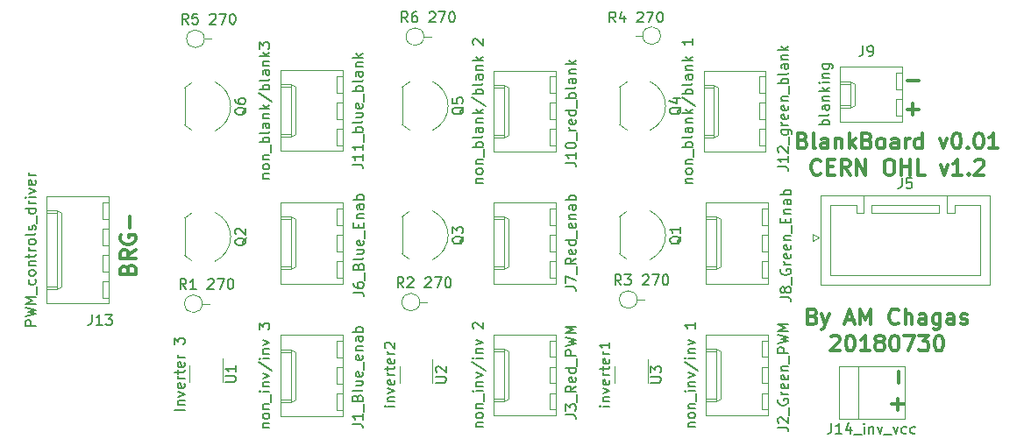
<source format=gbr>
G04 #@! TF.GenerationSoftware,KiCad,Pcbnew,(5.0.0)*
G04 #@! TF.CreationDate,2018-07-30T13:58:07+01:00*
G04 #@! TF.ProjectId,blanking,626C616E6B696E672E6B696361645F70,rev?*
G04 #@! TF.SameCoordinates,Original*
G04 #@! TF.FileFunction,Legend,Top*
G04 #@! TF.FilePolarity,Positive*
%FSLAX46Y46*%
G04 Gerber Fmt 4.6, Leading zero omitted, Abs format (unit mm)*
G04 Created by KiCad (PCBNEW (5.0.0)) date 07/30/18 13:58:07*
%MOMM*%
%LPD*%
G01*
G04 APERTURE LIST*
%ADD10C,0.300000*%
%ADD11C,0.120000*%
%ADD12C,0.150000*%
G04 APERTURE END LIST*
D10*
X183592857Y-66346428D02*
X183664285Y-66132142D01*
X183735714Y-66060714D01*
X183878571Y-65989285D01*
X184092857Y-65989285D01*
X184235714Y-66060714D01*
X184307142Y-66132142D01*
X184378571Y-66275000D01*
X184378571Y-66846428D01*
X182878571Y-66846428D01*
X182878571Y-66346428D01*
X182950000Y-66203571D01*
X183021428Y-66132142D01*
X183164285Y-66060714D01*
X183307142Y-66060714D01*
X183450000Y-66132142D01*
X183521428Y-66203571D01*
X183592857Y-66346428D01*
X183592857Y-66846428D01*
X184378571Y-64489285D02*
X183664285Y-64989285D01*
X184378571Y-65346428D02*
X182878571Y-65346428D01*
X182878571Y-64775000D01*
X182950000Y-64632142D01*
X183021428Y-64560714D01*
X183164285Y-64489285D01*
X183378571Y-64489285D01*
X183521428Y-64560714D01*
X183592857Y-64632142D01*
X183664285Y-64775000D01*
X183664285Y-65346428D01*
X182950000Y-63060714D02*
X182878571Y-63203571D01*
X182878571Y-63417857D01*
X182950000Y-63632142D01*
X183092857Y-63775000D01*
X183235714Y-63846428D01*
X183521428Y-63917857D01*
X183735714Y-63917857D01*
X184021428Y-63846428D01*
X184164285Y-63775000D01*
X184307142Y-63632142D01*
X184378571Y-63417857D01*
X184378571Y-63275000D01*
X184307142Y-63060714D01*
X184235714Y-62989285D01*
X183735714Y-62989285D01*
X183735714Y-63275000D01*
X183807142Y-62346428D02*
X183807142Y-61203571D01*
X260021428Y-50882142D02*
X258878571Y-50882142D01*
X259450000Y-51453571D02*
X259450000Y-50310714D01*
X260021428Y-48132142D02*
X258878571Y-48132142D01*
X258057142Y-77346428D02*
X258057142Y-76203571D01*
X257378571Y-79382142D02*
X258521428Y-79382142D01*
X257950000Y-79953571D02*
X257950000Y-78810714D01*
X249771428Y-70892857D02*
X249985714Y-70964285D01*
X250057142Y-71035714D01*
X250128571Y-71178571D01*
X250128571Y-71392857D01*
X250057142Y-71535714D01*
X249985714Y-71607142D01*
X249842857Y-71678571D01*
X249271428Y-71678571D01*
X249271428Y-70178571D01*
X249771428Y-70178571D01*
X249914285Y-70250000D01*
X249985714Y-70321428D01*
X250057142Y-70464285D01*
X250057142Y-70607142D01*
X249985714Y-70750000D01*
X249914285Y-70821428D01*
X249771428Y-70892857D01*
X249271428Y-70892857D01*
X250628571Y-70678571D02*
X250985714Y-71678571D01*
X251342857Y-70678571D02*
X250985714Y-71678571D01*
X250842857Y-72035714D01*
X250771428Y-72107142D01*
X250628571Y-72178571D01*
X252985714Y-71250000D02*
X253700000Y-71250000D01*
X252842857Y-71678571D02*
X253342857Y-70178571D01*
X253842857Y-71678571D01*
X254342857Y-71678571D02*
X254342857Y-70178571D01*
X254842857Y-71250000D01*
X255342857Y-70178571D01*
X255342857Y-71678571D01*
X258057142Y-71535714D02*
X257985714Y-71607142D01*
X257771428Y-71678571D01*
X257628571Y-71678571D01*
X257414285Y-71607142D01*
X257271428Y-71464285D01*
X257200000Y-71321428D01*
X257128571Y-71035714D01*
X257128571Y-70821428D01*
X257200000Y-70535714D01*
X257271428Y-70392857D01*
X257414285Y-70250000D01*
X257628571Y-70178571D01*
X257771428Y-70178571D01*
X257985714Y-70250000D01*
X258057142Y-70321428D01*
X258700000Y-71678571D02*
X258700000Y-70178571D01*
X259342857Y-71678571D02*
X259342857Y-70892857D01*
X259271428Y-70750000D01*
X259128571Y-70678571D01*
X258914285Y-70678571D01*
X258771428Y-70750000D01*
X258700000Y-70821428D01*
X260700000Y-71678571D02*
X260700000Y-70892857D01*
X260628571Y-70750000D01*
X260485714Y-70678571D01*
X260200000Y-70678571D01*
X260057142Y-70750000D01*
X260700000Y-71607142D02*
X260557142Y-71678571D01*
X260200000Y-71678571D01*
X260057142Y-71607142D01*
X259985714Y-71464285D01*
X259985714Y-71321428D01*
X260057142Y-71178571D01*
X260200000Y-71107142D01*
X260557142Y-71107142D01*
X260700000Y-71035714D01*
X262057142Y-70678571D02*
X262057142Y-71892857D01*
X261985714Y-72035714D01*
X261914285Y-72107142D01*
X261771428Y-72178571D01*
X261557142Y-72178571D01*
X261414285Y-72107142D01*
X262057142Y-71607142D02*
X261914285Y-71678571D01*
X261628571Y-71678571D01*
X261485714Y-71607142D01*
X261414285Y-71535714D01*
X261342857Y-71392857D01*
X261342857Y-70964285D01*
X261414285Y-70821428D01*
X261485714Y-70750000D01*
X261628571Y-70678571D01*
X261914285Y-70678571D01*
X262057142Y-70750000D01*
X263414285Y-71678571D02*
X263414285Y-70892857D01*
X263342857Y-70750000D01*
X263200000Y-70678571D01*
X262914285Y-70678571D01*
X262771428Y-70750000D01*
X263414285Y-71607142D02*
X263271428Y-71678571D01*
X262914285Y-71678571D01*
X262771428Y-71607142D01*
X262700000Y-71464285D01*
X262700000Y-71321428D01*
X262771428Y-71178571D01*
X262914285Y-71107142D01*
X263271428Y-71107142D01*
X263414285Y-71035714D01*
X264057142Y-71607142D02*
X264200000Y-71678571D01*
X264485714Y-71678571D01*
X264628571Y-71607142D01*
X264700000Y-71464285D01*
X264700000Y-71392857D01*
X264628571Y-71250000D01*
X264485714Y-71178571D01*
X264271428Y-71178571D01*
X264128571Y-71107142D01*
X264057142Y-70964285D01*
X264057142Y-70892857D01*
X264128571Y-70750000D01*
X264271428Y-70678571D01*
X264485714Y-70678571D01*
X264628571Y-70750000D01*
X251521428Y-72871428D02*
X251592857Y-72800000D01*
X251735714Y-72728571D01*
X252092857Y-72728571D01*
X252235714Y-72800000D01*
X252307142Y-72871428D01*
X252378571Y-73014285D01*
X252378571Y-73157142D01*
X252307142Y-73371428D01*
X251450000Y-74228571D01*
X252378571Y-74228571D01*
X253307142Y-72728571D02*
X253450000Y-72728571D01*
X253592857Y-72800000D01*
X253664285Y-72871428D01*
X253735714Y-73014285D01*
X253807142Y-73300000D01*
X253807142Y-73657142D01*
X253735714Y-73942857D01*
X253664285Y-74085714D01*
X253592857Y-74157142D01*
X253450000Y-74228571D01*
X253307142Y-74228571D01*
X253164285Y-74157142D01*
X253092857Y-74085714D01*
X253021428Y-73942857D01*
X252950000Y-73657142D01*
X252950000Y-73300000D01*
X253021428Y-73014285D01*
X253092857Y-72871428D01*
X253164285Y-72800000D01*
X253307142Y-72728571D01*
X255235714Y-74228571D02*
X254378571Y-74228571D01*
X254807142Y-74228571D02*
X254807142Y-72728571D01*
X254664285Y-72942857D01*
X254521428Y-73085714D01*
X254378571Y-73157142D01*
X256092857Y-73371428D02*
X255950000Y-73300000D01*
X255878571Y-73228571D01*
X255807142Y-73085714D01*
X255807142Y-73014285D01*
X255878571Y-72871428D01*
X255950000Y-72800000D01*
X256092857Y-72728571D01*
X256378571Y-72728571D01*
X256521428Y-72800000D01*
X256592857Y-72871428D01*
X256664285Y-73014285D01*
X256664285Y-73085714D01*
X256592857Y-73228571D01*
X256521428Y-73300000D01*
X256378571Y-73371428D01*
X256092857Y-73371428D01*
X255950000Y-73442857D01*
X255878571Y-73514285D01*
X255807142Y-73657142D01*
X255807142Y-73942857D01*
X255878571Y-74085714D01*
X255950000Y-74157142D01*
X256092857Y-74228571D01*
X256378571Y-74228571D01*
X256521428Y-74157142D01*
X256592857Y-74085714D01*
X256664285Y-73942857D01*
X256664285Y-73657142D01*
X256592857Y-73514285D01*
X256521428Y-73442857D01*
X256378571Y-73371428D01*
X257592857Y-72728571D02*
X257735714Y-72728571D01*
X257878571Y-72800000D01*
X257950000Y-72871428D01*
X258021428Y-73014285D01*
X258092857Y-73300000D01*
X258092857Y-73657142D01*
X258021428Y-73942857D01*
X257950000Y-74085714D01*
X257878571Y-74157142D01*
X257735714Y-74228571D01*
X257592857Y-74228571D01*
X257450000Y-74157142D01*
X257378571Y-74085714D01*
X257307142Y-73942857D01*
X257235714Y-73657142D01*
X257235714Y-73300000D01*
X257307142Y-73014285D01*
X257378571Y-72871428D01*
X257450000Y-72800000D01*
X257592857Y-72728571D01*
X258592857Y-72728571D02*
X259592857Y-72728571D01*
X258950000Y-74228571D01*
X260021428Y-72728571D02*
X260950000Y-72728571D01*
X260450000Y-73300000D01*
X260664285Y-73300000D01*
X260807142Y-73371428D01*
X260878571Y-73442857D01*
X260950000Y-73585714D01*
X260950000Y-73942857D01*
X260878571Y-74085714D01*
X260807142Y-74157142D01*
X260664285Y-74228571D01*
X260235714Y-74228571D01*
X260092857Y-74157142D01*
X260021428Y-74085714D01*
X261878571Y-72728571D02*
X262021428Y-72728571D01*
X262164285Y-72800000D01*
X262235714Y-72871428D01*
X262307142Y-73014285D01*
X262378571Y-73300000D01*
X262378571Y-73657142D01*
X262307142Y-73942857D01*
X262235714Y-74085714D01*
X262164285Y-74157142D01*
X262021428Y-74228571D01*
X261878571Y-74228571D01*
X261735714Y-74157142D01*
X261664285Y-74085714D01*
X261592857Y-73942857D01*
X261521428Y-73657142D01*
X261521428Y-73300000D01*
X261592857Y-73014285D01*
X261664285Y-72871428D01*
X261735714Y-72800000D01*
X261878571Y-72728571D01*
X248807142Y-53892857D02*
X249021428Y-53964285D01*
X249092857Y-54035714D01*
X249164285Y-54178571D01*
X249164285Y-54392857D01*
X249092857Y-54535714D01*
X249021428Y-54607142D01*
X248878571Y-54678571D01*
X248307142Y-54678571D01*
X248307142Y-53178571D01*
X248807142Y-53178571D01*
X248950000Y-53250000D01*
X249021428Y-53321428D01*
X249092857Y-53464285D01*
X249092857Y-53607142D01*
X249021428Y-53750000D01*
X248950000Y-53821428D01*
X248807142Y-53892857D01*
X248307142Y-53892857D01*
X250021428Y-54678571D02*
X249878571Y-54607142D01*
X249807142Y-54464285D01*
X249807142Y-53178571D01*
X251235714Y-54678571D02*
X251235714Y-53892857D01*
X251164285Y-53750000D01*
X251021428Y-53678571D01*
X250735714Y-53678571D01*
X250592857Y-53750000D01*
X251235714Y-54607142D02*
X251092857Y-54678571D01*
X250735714Y-54678571D01*
X250592857Y-54607142D01*
X250521428Y-54464285D01*
X250521428Y-54321428D01*
X250592857Y-54178571D01*
X250735714Y-54107142D01*
X251092857Y-54107142D01*
X251235714Y-54035714D01*
X251950000Y-53678571D02*
X251950000Y-54678571D01*
X251950000Y-53821428D02*
X252021428Y-53750000D01*
X252164285Y-53678571D01*
X252378571Y-53678571D01*
X252521428Y-53750000D01*
X252592857Y-53892857D01*
X252592857Y-54678571D01*
X253307142Y-54678571D02*
X253307142Y-53178571D01*
X253450000Y-54107142D02*
X253878571Y-54678571D01*
X253878571Y-53678571D02*
X253307142Y-54250000D01*
X255021428Y-53892857D02*
X255235714Y-53964285D01*
X255307142Y-54035714D01*
X255378571Y-54178571D01*
X255378571Y-54392857D01*
X255307142Y-54535714D01*
X255235714Y-54607142D01*
X255092857Y-54678571D01*
X254521428Y-54678571D01*
X254521428Y-53178571D01*
X255021428Y-53178571D01*
X255164285Y-53250000D01*
X255235714Y-53321428D01*
X255307142Y-53464285D01*
X255307142Y-53607142D01*
X255235714Y-53750000D01*
X255164285Y-53821428D01*
X255021428Y-53892857D01*
X254521428Y-53892857D01*
X256235714Y-54678571D02*
X256092857Y-54607142D01*
X256021428Y-54535714D01*
X255950000Y-54392857D01*
X255950000Y-53964285D01*
X256021428Y-53821428D01*
X256092857Y-53750000D01*
X256235714Y-53678571D01*
X256450000Y-53678571D01*
X256592857Y-53750000D01*
X256664285Y-53821428D01*
X256735714Y-53964285D01*
X256735714Y-54392857D01*
X256664285Y-54535714D01*
X256592857Y-54607142D01*
X256450000Y-54678571D01*
X256235714Y-54678571D01*
X258021428Y-54678571D02*
X258021428Y-53892857D01*
X257950000Y-53750000D01*
X257807142Y-53678571D01*
X257521428Y-53678571D01*
X257378571Y-53750000D01*
X258021428Y-54607142D02*
X257878571Y-54678571D01*
X257521428Y-54678571D01*
X257378571Y-54607142D01*
X257307142Y-54464285D01*
X257307142Y-54321428D01*
X257378571Y-54178571D01*
X257521428Y-54107142D01*
X257878571Y-54107142D01*
X258021428Y-54035714D01*
X258735714Y-54678571D02*
X258735714Y-53678571D01*
X258735714Y-53964285D02*
X258807142Y-53821428D01*
X258878571Y-53750000D01*
X259021428Y-53678571D01*
X259164285Y-53678571D01*
X260307142Y-54678571D02*
X260307142Y-53178571D01*
X260307142Y-54607142D02*
X260164285Y-54678571D01*
X259878571Y-54678571D01*
X259735714Y-54607142D01*
X259664285Y-54535714D01*
X259592857Y-54392857D01*
X259592857Y-53964285D01*
X259664285Y-53821428D01*
X259735714Y-53750000D01*
X259878571Y-53678571D01*
X260164285Y-53678571D01*
X260307142Y-53750000D01*
X262021428Y-53678571D02*
X262378571Y-54678571D01*
X262735714Y-53678571D01*
X263592857Y-53178571D02*
X263735714Y-53178571D01*
X263878571Y-53250000D01*
X263950000Y-53321428D01*
X264021428Y-53464285D01*
X264092857Y-53750000D01*
X264092857Y-54107142D01*
X264021428Y-54392857D01*
X263950000Y-54535714D01*
X263878571Y-54607142D01*
X263735714Y-54678571D01*
X263592857Y-54678571D01*
X263450000Y-54607142D01*
X263378571Y-54535714D01*
X263307142Y-54392857D01*
X263235714Y-54107142D01*
X263235714Y-53750000D01*
X263307142Y-53464285D01*
X263378571Y-53321428D01*
X263450000Y-53250000D01*
X263592857Y-53178571D01*
X264735714Y-54535714D02*
X264807142Y-54607142D01*
X264735714Y-54678571D01*
X264664285Y-54607142D01*
X264735714Y-54535714D01*
X264735714Y-54678571D01*
X265735714Y-53178571D02*
X265878571Y-53178571D01*
X266021428Y-53250000D01*
X266092857Y-53321428D01*
X266164285Y-53464285D01*
X266235714Y-53750000D01*
X266235714Y-54107142D01*
X266164285Y-54392857D01*
X266092857Y-54535714D01*
X266021428Y-54607142D01*
X265878571Y-54678571D01*
X265735714Y-54678571D01*
X265592857Y-54607142D01*
X265521428Y-54535714D01*
X265450000Y-54392857D01*
X265378571Y-54107142D01*
X265378571Y-53750000D01*
X265450000Y-53464285D01*
X265521428Y-53321428D01*
X265592857Y-53250000D01*
X265735714Y-53178571D01*
X267664285Y-54678571D02*
X266807142Y-54678571D01*
X267235714Y-54678571D02*
X267235714Y-53178571D01*
X267092857Y-53392857D01*
X266950000Y-53535714D01*
X266807142Y-53607142D01*
X250521428Y-57085714D02*
X250450000Y-57157142D01*
X250235714Y-57228571D01*
X250092857Y-57228571D01*
X249878571Y-57157142D01*
X249735714Y-57014285D01*
X249664285Y-56871428D01*
X249592857Y-56585714D01*
X249592857Y-56371428D01*
X249664285Y-56085714D01*
X249735714Y-55942857D01*
X249878571Y-55800000D01*
X250092857Y-55728571D01*
X250235714Y-55728571D01*
X250450000Y-55800000D01*
X250521428Y-55871428D01*
X251164285Y-56442857D02*
X251664285Y-56442857D01*
X251878571Y-57228571D02*
X251164285Y-57228571D01*
X251164285Y-55728571D01*
X251878571Y-55728571D01*
X253378571Y-57228571D02*
X252878571Y-56514285D01*
X252521428Y-57228571D02*
X252521428Y-55728571D01*
X253092857Y-55728571D01*
X253235714Y-55800000D01*
X253307142Y-55871428D01*
X253378571Y-56014285D01*
X253378571Y-56228571D01*
X253307142Y-56371428D01*
X253235714Y-56442857D01*
X253092857Y-56514285D01*
X252521428Y-56514285D01*
X254021428Y-57228571D02*
X254021428Y-55728571D01*
X254878571Y-57228571D01*
X254878571Y-55728571D01*
X257021428Y-55728571D02*
X257307142Y-55728571D01*
X257450000Y-55800000D01*
X257592857Y-55942857D01*
X257664285Y-56228571D01*
X257664285Y-56728571D01*
X257592857Y-57014285D01*
X257450000Y-57157142D01*
X257307142Y-57228571D01*
X257021428Y-57228571D01*
X256878571Y-57157142D01*
X256735714Y-57014285D01*
X256664285Y-56728571D01*
X256664285Y-56228571D01*
X256735714Y-55942857D01*
X256878571Y-55800000D01*
X257021428Y-55728571D01*
X258307142Y-57228571D02*
X258307142Y-55728571D01*
X258307142Y-56442857D02*
X259164285Y-56442857D01*
X259164285Y-57228571D02*
X259164285Y-55728571D01*
X260592857Y-57228571D02*
X259878571Y-57228571D01*
X259878571Y-55728571D01*
X262092857Y-56228571D02*
X262450000Y-57228571D01*
X262807142Y-56228571D01*
X264164285Y-57228571D02*
X263307142Y-57228571D01*
X263735714Y-57228571D02*
X263735714Y-55728571D01*
X263592857Y-55942857D01*
X263450000Y-56085714D01*
X263307142Y-56157142D01*
X264807142Y-57085714D02*
X264878571Y-57157142D01*
X264807142Y-57228571D01*
X264735714Y-57157142D01*
X264807142Y-57085714D01*
X264807142Y-57228571D01*
X265450000Y-55871428D02*
X265521428Y-55800000D01*
X265664285Y-55728571D01*
X266021428Y-55728571D01*
X266164285Y-55800000D01*
X266235714Y-55871428D01*
X266307142Y-56014285D01*
X266307142Y-56157142D01*
X266235714Y-56371428D01*
X265378571Y-57228571D01*
X266307142Y-57228571D01*
D11*
G04 #@! TO.C,J8_Green_Enab*
X245470000Y-59905000D02*
X239470000Y-59905000D01*
X239470000Y-59905000D02*
X239470000Y-67725000D01*
X239470000Y-67725000D02*
X245470000Y-67725000D01*
X245470000Y-67725000D02*
X245470000Y-59905000D01*
X239470000Y-61275000D02*
X240470000Y-61275000D01*
X240470000Y-61275000D02*
X240470000Y-66355000D01*
X240470000Y-66355000D02*
X239470000Y-66355000D01*
X240470000Y-61275000D02*
X240900000Y-61525000D01*
X240900000Y-61525000D02*
X240900000Y-66105000D01*
X240900000Y-66105000D02*
X240470000Y-66355000D01*
X239470000Y-61525000D02*
X240470000Y-61525000D01*
X239470000Y-66105000D02*
X240470000Y-66105000D01*
X245470000Y-60475000D02*
X244850000Y-60475000D01*
X244850000Y-60475000D02*
X244850000Y-62075000D01*
X244850000Y-62075000D02*
X245470000Y-62075000D01*
X245470000Y-63015000D02*
X244850000Y-63015000D01*
X244850000Y-63015000D02*
X244850000Y-64615000D01*
X244850000Y-64615000D02*
X245470000Y-64615000D01*
X245470000Y-65555000D02*
X244850000Y-65555000D01*
X244850000Y-65555000D02*
X244850000Y-67155000D01*
X244850000Y-67155000D02*
X245470000Y-67155000D01*
G04 #@! TO.C,J12_green_blank*
X245220000Y-47155000D02*
X239220000Y-47155000D01*
X239220000Y-47155000D02*
X239220000Y-54975000D01*
X239220000Y-54975000D02*
X245220000Y-54975000D01*
X245220000Y-54975000D02*
X245220000Y-47155000D01*
X239220000Y-48525000D02*
X240220000Y-48525000D01*
X240220000Y-48525000D02*
X240220000Y-53605000D01*
X240220000Y-53605000D02*
X239220000Y-53605000D01*
X240220000Y-48525000D02*
X240650000Y-48775000D01*
X240650000Y-48775000D02*
X240650000Y-53355000D01*
X240650000Y-53355000D02*
X240220000Y-53605000D01*
X239220000Y-48775000D02*
X240220000Y-48775000D01*
X239220000Y-53355000D02*
X240220000Y-53355000D01*
X245220000Y-47725000D02*
X244600000Y-47725000D01*
X244600000Y-47725000D02*
X244600000Y-49325000D01*
X244600000Y-49325000D02*
X245220000Y-49325000D01*
X245220000Y-50265000D02*
X244600000Y-50265000D01*
X244600000Y-50265000D02*
X244600000Y-51865000D01*
X244600000Y-51865000D02*
X245220000Y-51865000D01*
X245220000Y-52805000D02*
X244600000Y-52805000D01*
X244600000Y-52805000D02*
X244600000Y-54405000D01*
X244600000Y-54405000D02*
X245220000Y-54405000D01*
G04 #@! TO.C,U2*
X209850000Y-75725000D02*
X209850000Y-77325000D01*
X213050000Y-77325000D02*
X213050000Y-75025000D01*
G04 #@! TO.C,J1_Blue_enab*
X204370000Y-72705000D02*
X198370000Y-72705000D01*
X198370000Y-72705000D02*
X198370000Y-80525000D01*
X198370000Y-80525000D02*
X204370000Y-80525000D01*
X204370000Y-80525000D02*
X204370000Y-72705000D01*
X198370000Y-74075000D02*
X199370000Y-74075000D01*
X199370000Y-74075000D02*
X199370000Y-79155000D01*
X199370000Y-79155000D02*
X198370000Y-79155000D01*
X199370000Y-74075000D02*
X199800000Y-74325000D01*
X199800000Y-74325000D02*
X199800000Y-78905000D01*
X199800000Y-78905000D02*
X199370000Y-79155000D01*
X198370000Y-74325000D02*
X199370000Y-74325000D01*
X198370000Y-78905000D02*
X199370000Y-78905000D01*
X204370000Y-73275000D02*
X203750000Y-73275000D01*
X203750000Y-73275000D02*
X203750000Y-74875000D01*
X203750000Y-74875000D02*
X204370000Y-74875000D01*
X204370000Y-75815000D02*
X203750000Y-75815000D01*
X203750000Y-75815000D02*
X203750000Y-77415000D01*
X203750000Y-77415000D02*
X204370000Y-77415000D01*
X204370000Y-78355000D02*
X203750000Y-78355000D01*
X203750000Y-78355000D02*
X203750000Y-79955000D01*
X203750000Y-79955000D02*
X204370000Y-79955000D01*
G04 #@! TO.C,J2_Green_PWM*
X245470000Y-72655000D02*
X239470000Y-72655000D01*
X239470000Y-72655000D02*
X239470000Y-80475000D01*
X239470000Y-80475000D02*
X245470000Y-80475000D01*
X245470000Y-80475000D02*
X245470000Y-72655000D01*
X239470000Y-74025000D02*
X240470000Y-74025000D01*
X240470000Y-74025000D02*
X240470000Y-79105000D01*
X240470000Y-79105000D02*
X239470000Y-79105000D01*
X240470000Y-74025000D02*
X240900000Y-74275000D01*
X240900000Y-74275000D02*
X240900000Y-78855000D01*
X240900000Y-78855000D02*
X240470000Y-79105000D01*
X239470000Y-74275000D02*
X240470000Y-74275000D01*
X239470000Y-78855000D02*
X240470000Y-78855000D01*
X245470000Y-73225000D02*
X244850000Y-73225000D01*
X244850000Y-73225000D02*
X244850000Y-74825000D01*
X244850000Y-74825000D02*
X245470000Y-74825000D01*
X245470000Y-75765000D02*
X244850000Y-75765000D01*
X244850000Y-75765000D02*
X244850000Y-77365000D01*
X244850000Y-77365000D02*
X245470000Y-77365000D01*
X245470000Y-78305000D02*
X244850000Y-78305000D01*
X244850000Y-78305000D02*
X244850000Y-79905000D01*
X244850000Y-79905000D02*
X245470000Y-79905000D01*
G04 #@! TO.C,J3_Red_PWM*
X224970000Y-72655000D02*
X218970000Y-72655000D01*
X218970000Y-72655000D02*
X218970000Y-80475000D01*
X218970000Y-80475000D02*
X224970000Y-80475000D01*
X224970000Y-80475000D02*
X224970000Y-72655000D01*
X218970000Y-74025000D02*
X219970000Y-74025000D01*
X219970000Y-74025000D02*
X219970000Y-79105000D01*
X219970000Y-79105000D02*
X218970000Y-79105000D01*
X219970000Y-74025000D02*
X220400000Y-74275000D01*
X220400000Y-74275000D02*
X220400000Y-78855000D01*
X220400000Y-78855000D02*
X219970000Y-79105000D01*
X218970000Y-74275000D02*
X219970000Y-74275000D01*
X218970000Y-78855000D02*
X219970000Y-78855000D01*
X224970000Y-73225000D02*
X224350000Y-73225000D01*
X224350000Y-73225000D02*
X224350000Y-74825000D01*
X224350000Y-74825000D02*
X224970000Y-74825000D01*
X224970000Y-75765000D02*
X224350000Y-75765000D01*
X224350000Y-75765000D02*
X224350000Y-77365000D01*
X224350000Y-77365000D02*
X224970000Y-77365000D01*
X224970000Y-78305000D02*
X224350000Y-78305000D01*
X224350000Y-78305000D02*
X224350000Y-79905000D01*
X224350000Y-79905000D02*
X224970000Y-79905000D01*
G04 #@! TO.C,J5*
X255450000Y-60125000D02*
X255450000Y-60875000D01*
X255450000Y-60875000D02*
X261950000Y-60875000D01*
X261950000Y-60875000D02*
X261950000Y-60125000D01*
X261950000Y-60125000D02*
X255450000Y-60125000D01*
X254700000Y-59225000D02*
X254700000Y-60875000D01*
X254700000Y-60875000D02*
X253950000Y-60875000D01*
X253950000Y-60875000D02*
X253950000Y-60125000D01*
X253950000Y-60125000D02*
X251450000Y-60125000D01*
X251450000Y-60125000D02*
X251450000Y-66925000D01*
X251450000Y-66925000D02*
X258700000Y-66925000D01*
X262700000Y-59225000D02*
X262700000Y-60875000D01*
X262700000Y-60875000D02*
X263450000Y-60875000D01*
X263450000Y-60875000D02*
X263450000Y-60125000D01*
X263450000Y-60125000D02*
X265950000Y-60125000D01*
X265950000Y-60125000D02*
X265950000Y-66925000D01*
X265950000Y-66925000D02*
X258700000Y-66925000D01*
X250550000Y-59225000D02*
X250550000Y-67825000D01*
X250550000Y-67825000D02*
X266850000Y-67825000D01*
X266850000Y-67825000D02*
X266850000Y-59225000D01*
X266850000Y-59225000D02*
X250550000Y-59225000D01*
X250350000Y-63275000D02*
X249750000Y-63575000D01*
X249750000Y-63575000D02*
X249750000Y-62975000D01*
X249750000Y-62975000D02*
X250350000Y-63275000D01*
G04 #@! TO.C,J6_Blue_Enab*
X204370000Y-59905000D02*
X198370000Y-59905000D01*
X198370000Y-59905000D02*
X198370000Y-67725000D01*
X198370000Y-67725000D02*
X204370000Y-67725000D01*
X204370000Y-67725000D02*
X204370000Y-59905000D01*
X198370000Y-61275000D02*
X199370000Y-61275000D01*
X199370000Y-61275000D02*
X199370000Y-66355000D01*
X199370000Y-66355000D02*
X198370000Y-66355000D01*
X199370000Y-61275000D02*
X199800000Y-61525000D01*
X199800000Y-61525000D02*
X199800000Y-66105000D01*
X199800000Y-66105000D02*
X199370000Y-66355000D01*
X198370000Y-61525000D02*
X199370000Y-61525000D01*
X198370000Y-66105000D02*
X199370000Y-66105000D01*
X204370000Y-60475000D02*
X203750000Y-60475000D01*
X203750000Y-60475000D02*
X203750000Y-62075000D01*
X203750000Y-62075000D02*
X204370000Y-62075000D01*
X204370000Y-63015000D02*
X203750000Y-63015000D01*
X203750000Y-63015000D02*
X203750000Y-64615000D01*
X203750000Y-64615000D02*
X204370000Y-64615000D01*
X204370000Y-65555000D02*
X203750000Y-65555000D01*
X203750000Y-65555000D02*
X203750000Y-67155000D01*
X203750000Y-67155000D02*
X204370000Y-67155000D01*
G04 #@! TO.C,J7_Red_enab*
X224970000Y-59905000D02*
X218970000Y-59905000D01*
X218970000Y-59905000D02*
X218970000Y-67725000D01*
X218970000Y-67725000D02*
X224970000Y-67725000D01*
X224970000Y-67725000D02*
X224970000Y-59905000D01*
X218970000Y-61275000D02*
X219970000Y-61275000D01*
X219970000Y-61275000D02*
X219970000Y-66355000D01*
X219970000Y-66355000D02*
X218970000Y-66355000D01*
X219970000Y-61275000D02*
X220400000Y-61525000D01*
X220400000Y-61525000D02*
X220400000Y-66105000D01*
X220400000Y-66105000D02*
X219970000Y-66355000D01*
X218970000Y-61525000D02*
X219970000Y-61525000D01*
X218970000Y-66105000D02*
X219970000Y-66105000D01*
X224970000Y-60475000D02*
X224350000Y-60475000D01*
X224350000Y-60475000D02*
X224350000Y-62075000D01*
X224350000Y-62075000D02*
X224970000Y-62075000D01*
X224970000Y-63015000D02*
X224350000Y-63015000D01*
X224350000Y-63015000D02*
X224350000Y-64615000D01*
X224350000Y-64615000D02*
X224970000Y-64615000D01*
X224970000Y-65555000D02*
X224350000Y-65555000D01*
X224350000Y-65555000D02*
X224350000Y-67155000D01*
X224350000Y-67155000D02*
X224970000Y-67155000D01*
G04 #@! TO.C,J9*
X258420000Y-46805000D02*
X252420000Y-46805000D01*
X252420000Y-46805000D02*
X252420000Y-52085000D01*
X252420000Y-52085000D02*
X258420000Y-52085000D01*
X258420000Y-52085000D02*
X258420000Y-46805000D01*
X252420000Y-48175000D02*
X253420000Y-48175000D01*
X253420000Y-48175000D02*
X253420000Y-50715000D01*
X253420000Y-50715000D02*
X252420000Y-50715000D01*
X253420000Y-48175000D02*
X253850000Y-48425000D01*
X253850000Y-48425000D02*
X253850000Y-50465000D01*
X253850000Y-50465000D02*
X253420000Y-50715000D01*
X252420000Y-48425000D02*
X253420000Y-48425000D01*
X252420000Y-50465000D02*
X253420000Y-50465000D01*
X258420000Y-47375000D02*
X257800000Y-47375000D01*
X257800000Y-47375000D02*
X257800000Y-48975000D01*
X257800000Y-48975000D02*
X258420000Y-48975000D01*
X258420000Y-49915000D02*
X257800000Y-49915000D01*
X257800000Y-49915000D02*
X257800000Y-51515000D01*
X257800000Y-51515000D02*
X258420000Y-51515000D01*
G04 #@! TO.C,J10_red_blank*
X224970000Y-47155000D02*
X218970000Y-47155000D01*
X218970000Y-47155000D02*
X218970000Y-54975000D01*
X218970000Y-54975000D02*
X224970000Y-54975000D01*
X224970000Y-54975000D02*
X224970000Y-47155000D01*
X218970000Y-48525000D02*
X219970000Y-48525000D01*
X219970000Y-48525000D02*
X219970000Y-53605000D01*
X219970000Y-53605000D02*
X218970000Y-53605000D01*
X219970000Y-48525000D02*
X220400000Y-48775000D01*
X220400000Y-48775000D02*
X220400000Y-53355000D01*
X220400000Y-53355000D02*
X219970000Y-53605000D01*
X218970000Y-48775000D02*
X219970000Y-48775000D01*
X218970000Y-53355000D02*
X219970000Y-53355000D01*
X224970000Y-47725000D02*
X224350000Y-47725000D01*
X224350000Y-47725000D02*
X224350000Y-49325000D01*
X224350000Y-49325000D02*
X224970000Y-49325000D01*
X224970000Y-50265000D02*
X224350000Y-50265000D01*
X224350000Y-50265000D02*
X224350000Y-51865000D01*
X224350000Y-51865000D02*
X224970000Y-51865000D01*
X224970000Y-52805000D02*
X224350000Y-52805000D01*
X224350000Y-52805000D02*
X224350000Y-54405000D01*
X224350000Y-54405000D02*
X224970000Y-54405000D01*
G04 #@! TO.C,J11_blue_blank*
X204370000Y-47105000D02*
X198370000Y-47105000D01*
X198370000Y-47105000D02*
X198370000Y-54925000D01*
X198370000Y-54925000D02*
X204370000Y-54925000D01*
X204370000Y-54925000D02*
X204370000Y-47105000D01*
X198370000Y-48475000D02*
X199370000Y-48475000D01*
X199370000Y-48475000D02*
X199370000Y-53555000D01*
X199370000Y-53555000D02*
X198370000Y-53555000D01*
X199370000Y-48475000D02*
X199800000Y-48725000D01*
X199800000Y-48725000D02*
X199800000Y-53305000D01*
X199800000Y-53305000D02*
X199370000Y-53555000D01*
X198370000Y-48725000D02*
X199370000Y-48725000D01*
X198370000Y-53305000D02*
X199370000Y-53305000D01*
X204370000Y-47675000D02*
X203750000Y-47675000D01*
X203750000Y-47675000D02*
X203750000Y-49275000D01*
X203750000Y-49275000D02*
X204370000Y-49275000D01*
X204370000Y-50215000D02*
X203750000Y-50215000D01*
X203750000Y-50215000D02*
X203750000Y-51815000D01*
X203750000Y-51815000D02*
X204370000Y-51815000D01*
X204370000Y-52755000D02*
X203750000Y-52755000D01*
X203750000Y-52755000D02*
X203750000Y-54355000D01*
X203750000Y-54355000D02*
X204370000Y-54355000D01*
G04 #@! TO.C,J13*
X181770000Y-59305000D02*
X175770000Y-59305000D01*
X175770000Y-59305000D02*
X175770000Y-69665000D01*
X175770000Y-69665000D02*
X181770000Y-69665000D01*
X181770000Y-69665000D02*
X181770000Y-59305000D01*
X175770000Y-60675000D02*
X176770000Y-60675000D01*
X176770000Y-60675000D02*
X176770000Y-68295000D01*
X176770000Y-68295000D02*
X175770000Y-68295000D01*
X176770000Y-60675000D02*
X177200000Y-60925000D01*
X177200000Y-60925000D02*
X177200000Y-68045000D01*
X177200000Y-68045000D02*
X176770000Y-68295000D01*
X175770000Y-60925000D02*
X176770000Y-60925000D01*
X175770000Y-68045000D02*
X176770000Y-68045000D01*
X181770000Y-59875000D02*
X181150000Y-59875000D01*
X181150000Y-59875000D02*
X181150000Y-61475000D01*
X181150000Y-61475000D02*
X181770000Y-61475000D01*
X181770000Y-62415000D02*
X181150000Y-62415000D01*
X181150000Y-62415000D02*
X181150000Y-64015000D01*
X181150000Y-64015000D02*
X181770000Y-64015000D01*
X181770000Y-64955000D02*
X181150000Y-64955000D01*
X181150000Y-64955000D02*
X181150000Y-66555000D01*
X181150000Y-66555000D02*
X181770000Y-66555000D01*
X181770000Y-67495000D02*
X181150000Y-67495000D01*
X181150000Y-67495000D02*
X181150000Y-69095000D01*
X181150000Y-69095000D02*
X181770000Y-69095000D01*
G04 #@! TO.C,J14_inv_vcc*
X254180000Y-75715000D02*
X254180000Y-80795000D01*
X258620000Y-75715000D02*
X258620000Y-80795000D01*
X252280000Y-80795000D02*
X252280000Y-75715000D01*
X252280000Y-80795000D02*
X258620000Y-80795000D01*
X252280000Y-75715000D02*
X258620000Y-75715000D01*
G04 #@! TO.C,Q1*
X231100000Y-61265000D02*
X231100000Y-64865000D01*
X231827205Y-60740816D02*
G75*
G03X231100000Y-61265000I1122795J-2324184D01*
G01*
X234048807Y-60708600D02*
G75*
G02X235550000Y-63065000I-1098807J-2356400D01*
G01*
X234048807Y-65421400D02*
G75*
G03X235550000Y-63065000I-1098807J2356400D01*
G01*
X231827205Y-65389184D02*
G75*
G02X231100000Y-64865000I1122795J2324184D01*
G01*
G04 #@! TO.C,Q2*
X189100000Y-61415000D02*
X189100000Y-65015000D01*
X189827205Y-60890816D02*
G75*
G03X189100000Y-61415000I1122795J-2324184D01*
G01*
X192048807Y-60858600D02*
G75*
G02X193550000Y-63215000I-1098807J-2356400D01*
G01*
X192048807Y-65571400D02*
G75*
G03X193550000Y-63215000I-1098807J2356400D01*
G01*
X189827205Y-65539184D02*
G75*
G02X189100000Y-65015000I1122795J2324184D01*
G01*
G04 #@! TO.C,Q3*
X210100000Y-61265000D02*
X210100000Y-64865000D01*
X210827205Y-60740816D02*
G75*
G03X210100000Y-61265000I1122795J-2324184D01*
G01*
X213048807Y-60708600D02*
G75*
G02X214550000Y-63065000I-1098807J-2356400D01*
G01*
X213048807Y-65421400D02*
G75*
G03X214550000Y-63065000I-1098807J2356400D01*
G01*
X210827205Y-65389184D02*
G75*
G02X210100000Y-64865000I1122795J2324184D01*
G01*
G04 #@! TO.C,Q4*
X231100000Y-48765000D02*
X231100000Y-52365000D01*
X231827205Y-48240816D02*
G75*
G03X231100000Y-48765000I1122795J-2324184D01*
G01*
X234048807Y-48208600D02*
G75*
G02X235550000Y-50565000I-1098807J-2356400D01*
G01*
X234048807Y-52921400D02*
G75*
G03X235550000Y-50565000I-1098807J2356400D01*
G01*
X231827205Y-52889184D02*
G75*
G02X231100000Y-52365000I1122795J2324184D01*
G01*
G04 #@! TO.C,Q5*
X210100000Y-48765000D02*
X210100000Y-52365000D01*
X210827205Y-48240816D02*
G75*
G03X210100000Y-48765000I1122795J-2324184D01*
G01*
X213048807Y-48208600D02*
G75*
G02X214550000Y-50565000I-1098807J-2356400D01*
G01*
X213048807Y-52921400D02*
G75*
G03X214550000Y-50565000I-1098807J2356400D01*
G01*
X210827205Y-52889184D02*
G75*
G02X210100000Y-52365000I1122795J2324184D01*
G01*
G04 #@! TO.C,Q6*
X189100000Y-48815000D02*
X189100000Y-52415000D01*
X189827205Y-48290816D02*
G75*
G03X189100000Y-48815000I1122795J-2324184D01*
G01*
X192048807Y-48258600D02*
G75*
G02X193550000Y-50615000I-1098807J-2356400D01*
G01*
X192048807Y-52971400D02*
G75*
G03X193550000Y-50615000I-1098807J2356400D01*
G01*
X189827205Y-52939184D02*
G75*
G02X189100000Y-52415000I1122795J2324184D01*
G01*
G04 #@! TO.C,R1 270*
X190810000Y-69675000D02*
G75*
G03X190810000Y-69675000I-860000J0D01*
G01*
X190810000Y-69675000D02*
X191490000Y-69675000D01*
G04 #@! TO.C,R2 270*
X211810000Y-69525000D02*
G75*
G03X211810000Y-69525000I-860000J0D01*
G01*
X211810000Y-69525000D02*
X212490000Y-69525000D01*
G04 #@! TO.C,R3 270*
X232810000Y-69275000D02*
G75*
G03X232810000Y-69275000I-860000J0D01*
G01*
X232810000Y-69275000D02*
X233490000Y-69275000D01*
G04 #@! TO.C,R4 270*
X235060000Y-43775000D02*
G75*
G03X235060000Y-43775000I-860000J0D01*
G01*
X233340000Y-43775000D02*
X232660000Y-43775000D01*
G04 #@! TO.C,R5 270*
X191010000Y-44075000D02*
G75*
G03X191010000Y-44075000I-860000J0D01*
G01*
X191010000Y-44075000D02*
X191690000Y-44075000D01*
G04 #@! TO.C,R6 270*
X212210000Y-43875000D02*
G75*
G03X212210000Y-43875000I-860000J0D01*
G01*
X212210000Y-43875000D02*
X212890000Y-43875000D01*
G04 #@! TO.C,U1*
X189550000Y-75675000D02*
X189550000Y-77275000D01*
X192750000Y-77275000D02*
X192750000Y-74975000D01*
G04 #@! TO.C,U3*
X230600000Y-75725000D02*
X230600000Y-77325000D01*
X233800000Y-77325000D02*
X233800000Y-75025000D01*
G04 #@! TO.C,J8_Green_Enab*
D12*
X246652380Y-69048809D02*
X247366666Y-69048809D01*
X247509523Y-69096428D01*
X247604761Y-69191666D01*
X247652380Y-69334523D01*
X247652380Y-69429761D01*
X247080952Y-68429761D02*
X247033333Y-68525000D01*
X246985714Y-68572619D01*
X246890476Y-68620238D01*
X246842857Y-68620238D01*
X246747619Y-68572619D01*
X246700000Y-68525000D01*
X246652380Y-68429761D01*
X246652380Y-68239285D01*
X246700000Y-68144047D01*
X246747619Y-68096428D01*
X246842857Y-68048809D01*
X246890476Y-68048809D01*
X246985714Y-68096428D01*
X247033333Y-68144047D01*
X247080952Y-68239285D01*
X247080952Y-68429761D01*
X247128571Y-68525000D01*
X247176190Y-68572619D01*
X247271428Y-68620238D01*
X247461904Y-68620238D01*
X247557142Y-68572619D01*
X247604761Y-68525000D01*
X247652380Y-68429761D01*
X247652380Y-68239285D01*
X247604761Y-68144047D01*
X247557142Y-68096428D01*
X247461904Y-68048809D01*
X247271428Y-68048809D01*
X247176190Y-68096428D01*
X247128571Y-68144047D01*
X247080952Y-68239285D01*
X247747619Y-67858333D02*
X247747619Y-67096428D01*
X246700000Y-66334523D02*
X246652380Y-66429761D01*
X246652380Y-66572619D01*
X246700000Y-66715476D01*
X246795238Y-66810714D01*
X246890476Y-66858333D01*
X247080952Y-66905952D01*
X247223809Y-66905952D01*
X247414285Y-66858333D01*
X247509523Y-66810714D01*
X247604761Y-66715476D01*
X247652380Y-66572619D01*
X247652380Y-66477380D01*
X247604761Y-66334523D01*
X247557142Y-66286904D01*
X247223809Y-66286904D01*
X247223809Y-66477380D01*
X247652380Y-65858333D02*
X246985714Y-65858333D01*
X247176190Y-65858333D02*
X247080952Y-65810714D01*
X247033333Y-65763095D01*
X246985714Y-65667857D01*
X246985714Y-65572619D01*
X247604761Y-64858333D02*
X247652380Y-64953571D01*
X247652380Y-65144047D01*
X247604761Y-65239285D01*
X247509523Y-65286904D01*
X247128571Y-65286904D01*
X247033333Y-65239285D01*
X246985714Y-65144047D01*
X246985714Y-64953571D01*
X247033333Y-64858333D01*
X247128571Y-64810714D01*
X247223809Y-64810714D01*
X247319047Y-65286904D01*
X247604761Y-64001190D02*
X247652380Y-64096428D01*
X247652380Y-64286904D01*
X247604761Y-64382142D01*
X247509523Y-64429761D01*
X247128571Y-64429761D01*
X247033333Y-64382142D01*
X246985714Y-64286904D01*
X246985714Y-64096428D01*
X247033333Y-64001190D01*
X247128571Y-63953571D01*
X247223809Y-63953571D01*
X247319047Y-64429761D01*
X246985714Y-63525000D02*
X247652380Y-63525000D01*
X247080952Y-63525000D02*
X247033333Y-63477380D01*
X246985714Y-63382142D01*
X246985714Y-63239285D01*
X247033333Y-63144047D01*
X247128571Y-63096428D01*
X247652380Y-63096428D01*
X247747619Y-62858333D02*
X247747619Y-62096428D01*
X247128571Y-61858333D02*
X247128571Y-61525000D01*
X247652380Y-61382142D02*
X247652380Y-61858333D01*
X246652380Y-61858333D01*
X246652380Y-61382142D01*
X246985714Y-60953571D02*
X247652380Y-60953571D01*
X247080952Y-60953571D02*
X247033333Y-60905952D01*
X246985714Y-60810714D01*
X246985714Y-60667857D01*
X247033333Y-60572619D01*
X247128571Y-60525000D01*
X247652380Y-60525000D01*
X247652380Y-59620238D02*
X247128571Y-59620238D01*
X247033333Y-59667857D01*
X246985714Y-59763095D01*
X246985714Y-59953571D01*
X247033333Y-60048809D01*
X247604761Y-59620238D02*
X247652380Y-59715476D01*
X247652380Y-59953571D01*
X247604761Y-60048809D01*
X247509523Y-60096428D01*
X247414285Y-60096428D01*
X247319047Y-60048809D01*
X247271428Y-59953571D01*
X247271428Y-59715476D01*
X247223809Y-59620238D01*
X247652380Y-59144047D02*
X246652380Y-59144047D01*
X247033333Y-59144047D02*
X246985714Y-59048809D01*
X246985714Y-58858333D01*
X247033333Y-58763095D01*
X247080952Y-58715476D01*
X247176190Y-58667857D01*
X247461904Y-58667857D01*
X247557142Y-58715476D01*
X247604761Y-58763095D01*
X247652380Y-58858333D01*
X247652380Y-59048809D01*
X247604761Y-59144047D01*
G04 #@! TO.C,J12_green_blank*
X246402380Y-56441666D02*
X247116666Y-56441666D01*
X247259523Y-56489285D01*
X247354761Y-56584523D01*
X247402380Y-56727380D01*
X247402380Y-56822619D01*
X247402380Y-55441666D02*
X247402380Y-56013095D01*
X247402380Y-55727380D02*
X246402380Y-55727380D01*
X246545238Y-55822619D01*
X246640476Y-55917857D01*
X246688095Y-56013095D01*
X246497619Y-55060714D02*
X246450000Y-55013095D01*
X246402380Y-54917857D01*
X246402380Y-54679761D01*
X246450000Y-54584523D01*
X246497619Y-54536904D01*
X246592857Y-54489285D01*
X246688095Y-54489285D01*
X246830952Y-54536904D01*
X247402380Y-55108333D01*
X247402380Y-54489285D01*
X247497619Y-54298809D02*
X247497619Y-53536904D01*
X246735714Y-52870238D02*
X247545238Y-52870238D01*
X247640476Y-52917857D01*
X247688095Y-52965476D01*
X247735714Y-53060714D01*
X247735714Y-53203571D01*
X247688095Y-53298809D01*
X247354761Y-52870238D02*
X247402380Y-52965476D01*
X247402380Y-53155952D01*
X247354761Y-53251190D01*
X247307142Y-53298809D01*
X247211904Y-53346428D01*
X246926190Y-53346428D01*
X246830952Y-53298809D01*
X246783333Y-53251190D01*
X246735714Y-53155952D01*
X246735714Y-52965476D01*
X246783333Y-52870238D01*
X247402380Y-52394047D02*
X246735714Y-52394047D01*
X246926190Y-52394047D02*
X246830952Y-52346428D01*
X246783333Y-52298809D01*
X246735714Y-52203571D01*
X246735714Y-52108333D01*
X247354761Y-51394047D02*
X247402380Y-51489285D01*
X247402380Y-51679761D01*
X247354761Y-51775000D01*
X247259523Y-51822619D01*
X246878571Y-51822619D01*
X246783333Y-51775000D01*
X246735714Y-51679761D01*
X246735714Y-51489285D01*
X246783333Y-51394047D01*
X246878571Y-51346428D01*
X246973809Y-51346428D01*
X247069047Y-51822619D01*
X247354761Y-50536904D02*
X247402380Y-50632142D01*
X247402380Y-50822619D01*
X247354761Y-50917857D01*
X247259523Y-50965476D01*
X246878571Y-50965476D01*
X246783333Y-50917857D01*
X246735714Y-50822619D01*
X246735714Y-50632142D01*
X246783333Y-50536904D01*
X246878571Y-50489285D01*
X246973809Y-50489285D01*
X247069047Y-50965476D01*
X246735714Y-50060714D02*
X247402380Y-50060714D01*
X246830952Y-50060714D02*
X246783333Y-50013095D01*
X246735714Y-49917857D01*
X246735714Y-49775000D01*
X246783333Y-49679761D01*
X246878571Y-49632142D01*
X247402380Y-49632142D01*
X247497619Y-49394047D02*
X247497619Y-48632142D01*
X247402380Y-48394047D02*
X246402380Y-48394047D01*
X246783333Y-48394047D02*
X246735714Y-48298809D01*
X246735714Y-48108333D01*
X246783333Y-48013095D01*
X246830952Y-47965476D01*
X246926190Y-47917857D01*
X247211904Y-47917857D01*
X247307142Y-47965476D01*
X247354761Y-48013095D01*
X247402380Y-48108333D01*
X247402380Y-48298809D01*
X247354761Y-48394047D01*
X247402380Y-47346428D02*
X247354761Y-47441666D01*
X247259523Y-47489285D01*
X246402380Y-47489285D01*
X247402380Y-46536904D02*
X246878571Y-46536904D01*
X246783333Y-46584523D01*
X246735714Y-46679761D01*
X246735714Y-46870238D01*
X246783333Y-46965476D01*
X247354761Y-46536904D02*
X247402380Y-46632142D01*
X247402380Y-46870238D01*
X247354761Y-46965476D01*
X247259523Y-47013095D01*
X247164285Y-47013095D01*
X247069047Y-46965476D01*
X247021428Y-46870238D01*
X247021428Y-46632142D01*
X246973809Y-46536904D01*
X246735714Y-46060714D02*
X247402380Y-46060714D01*
X246830952Y-46060714D02*
X246783333Y-46013095D01*
X246735714Y-45917857D01*
X246735714Y-45775000D01*
X246783333Y-45679761D01*
X246878571Y-45632142D01*
X247402380Y-45632142D01*
X247402380Y-45155952D02*
X246402380Y-45155952D01*
X247021428Y-45060714D02*
X247402380Y-44775000D01*
X246735714Y-44775000D02*
X247116666Y-45155952D01*
X237485714Y-57993571D02*
X238152380Y-57993571D01*
X237580952Y-57993571D02*
X237533333Y-57945952D01*
X237485714Y-57850714D01*
X237485714Y-57707857D01*
X237533333Y-57612619D01*
X237628571Y-57565000D01*
X238152380Y-57565000D01*
X238152380Y-56945952D02*
X238104761Y-57041190D01*
X238057142Y-57088809D01*
X237961904Y-57136428D01*
X237676190Y-57136428D01*
X237580952Y-57088809D01*
X237533333Y-57041190D01*
X237485714Y-56945952D01*
X237485714Y-56803095D01*
X237533333Y-56707857D01*
X237580952Y-56660238D01*
X237676190Y-56612619D01*
X237961904Y-56612619D01*
X238057142Y-56660238D01*
X238104761Y-56707857D01*
X238152380Y-56803095D01*
X238152380Y-56945952D01*
X237485714Y-56184047D02*
X238152380Y-56184047D01*
X237580952Y-56184047D02*
X237533333Y-56136428D01*
X237485714Y-56041190D01*
X237485714Y-55898333D01*
X237533333Y-55803095D01*
X237628571Y-55755476D01*
X238152380Y-55755476D01*
X238247619Y-55517380D02*
X238247619Y-54755476D01*
X238152380Y-54517380D02*
X237152380Y-54517380D01*
X237533333Y-54517380D02*
X237485714Y-54422142D01*
X237485714Y-54231666D01*
X237533333Y-54136428D01*
X237580952Y-54088809D01*
X237676190Y-54041190D01*
X237961904Y-54041190D01*
X238057142Y-54088809D01*
X238104761Y-54136428D01*
X238152380Y-54231666D01*
X238152380Y-54422142D01*
X238104761Y-54517380D01*
X238152380Y-53469761D02*
X238104761Y-53565000D01*
X238009523Y-53612619D01*
X237152380Y-53612619D01*
X238152380Y-52660238D02*
X237628571Y-52660238D01*
X237533333Y-52707857D01*
X237485714Y-52803095D01*
X237485714Y-52993571D01*
X237533333Y-53088809D01*
X238104761Y-52660238D02*
X238152380Y-52755476D01*
X238152380Y-52993571D01*
X238104761Y-53088809D01*
X238009523Y-53136428D01*
X237914285Y-53136428D01*
X237819047Y-53088809D01*
X237771428Y-52993571D01*
X237771428Y-52755476D01*
X237723809Y-52660238D01*
X237485714Y-52184047D02*
X238152380Y-52184047D01*
X237580952Y-52184047D02*
X237533333Y-52136428D01*
X237485714Y-52041190D01*
X237485714Y-51898333D01*
X237533333Y-51803095D01*
X237628571Y-51755476D01*
X238152380Y-51755476D01*
X238152380Y-51279285D02*
X237152380Y-51279285D01*
X237771428Y-51184047D02*
X238152380Y-50898333D01*
X237485714Y-50898333D02*
X237866666Y-51279285D01*
X237104761Y-49755476D02*
X238390476Y-50612619D01*
X238152380Y-49422142D02*
X237152380Y-49422142D01*
X237533333Y-49422142D02*
X237485714Y-49326904D01*
X237485714Y-49136428D01*
X237533333Y-49041190D01*
X237580952Y-48993571D01*
X237676190Y-48945952D01*
X237961904Y-48945952D01*
X238057142Y-48993571D01*
X238104761Y-49041190D01*
X238152380Y-49136428D01*
X238152380Y-49326904D01*
X238104761Y-49422142D01*
X238152380Y-48374523D02*
X238104761Y-48469761D01*
X238009523Y-48517380D01*
X237152380Y-48517380D01*
X238152380Y-47565000D02*
X237628571Y-47565000D01*
X237533333Y-47612619D01*
X237485714Y-47707857D01*
X237485714Y-47898333D01*
X237533333Y-47993571D01*
X238104761Y-47565000D02*
X238152380Y-47660238D01*
X238152380Y-47898333D01*
X238104761Y-47993571D01*
X238009523Y-48041190D01*
X237914285Y-48041190D01*
X237819047Y-47993571D01*
X237771428Y-47898333D01*
X237771428Y-47660238D01*
X237723809Y-47565000D01*
X237485714Y-47088809D02*
X238152380Y-47088809D01*
X237580952Y-47088809D02*
X237533333Y-47041190D01*
X237485714Y-46945952D01*
X237485714Y-46803095D01*
X237533333Y-46707857D01*
X237628571Y-46660238D01*
X238152380Y-46660238D01*
X238152380Y-46184047D02*
X237152380Y-46184047D01*
X237771428Y-46088809D02*
X238152380Y-45803095D01*
X237485714Y-45803095D02*
X237866666Y-46184047D01*
X238152380Y-44088809D02*
X238152380Y-44660238D01*
X238152380Y-44374523D02*
X237152380Y-44374523D01*
X237295238Y-44469761D01*
X237390476Y-44565000D01*
X237438095Y-44660238D01*
G04 #@! TO.C,U2*
X213352380Y-77286904D02*
X214161904Y-77286904D01*
X214257142Y-77239285D01*
X214304761Y-77191666D01*
X214352380Y-77096428D01*
X214352380Y-76905952D01*
X214304761Y-76810714D01*
X214257142Y-76763095D01*
X214161904Y-76715476D01*
X213352380Y-76715476D01*
X213447619Y-76286904D02*
X213400000Y-76239285D01*
X213352380Y-76144047D01*
X213352380Y-75905952D01*
X213400000Y-75810714D01*
X213447619Y-75763095D01*
X213542857Y-75715476D01*
X213638095Y-75715476D01*
X213780952Y-75763095D01*
X214352380Y-76334523D01*
X214352380Y-75715476D01*
X209402380Y-79596428D02*
X208735714Y-79596428D01*
X208402380Y-79596428D02*
X208450000Y-79644047D01*
X208497619Y-79596428D01*
X208450000Y-79548809D01*
X208402380Y-79596428D01*
X208497619Y-79596428D01*
X208735714Y-79120238D02*
X209402380Y-79120238D01*
X208830952Y-79120238D02*
X208783333Y-79072619D01*
X208735714Y-78977380D01*
X208735714Y-78834523D01*
X208783333Y-78739285D01*
X208878571Y-78691666D01*
X209402380Y-78691666D01*
X208735714Y-78310714D02*
X209402380Y-78072619D01*
X208735714Y-77834523D01*
X209354761Y-77072619D02*
X209402380Y-77167857D01*
X209402380Y-77358333D01*
X209354761Y-77453571D01*
X209259523Y-77501190D01*
X208878571Y-77501190D01*
X208783333Y-77453571D01*
X208735714Y-77358333D01*
X208735714Y-77167857D01*
X208783333Y-77072619D01*
X208878571Y-77025000D01*
X208973809Y-77025000D01*
X209069047Y-77501190D01*
X209402380Y-76596428D02*
X208735714Y-76596428D01*
X208926190Y-76596428D02*
X208830952Y-76548809D01*
X208783333Y-76501190D01*
X208735714Y-76405952D01*
X208735714Y-76310714D01*
X208735714Y-76120238D02*
X208735714Y-75739285D01*
X208402380Y-75977380D02*
X209259523Y-75977380D01*
X209354761Y-75929761D01*
X209402380Y-75834523D01*
X209402380Y-75739285D01*
X209354761Y-75025000D02*
X209402380Y-75120238D01*
X209402380Y-75310714D01*
X209354761Y-75405952D01*
X209259523Y-75453571D01*
X208878571Y-75453571D01*
X208783333Y-75405952D01*
X208735714Y-75310714D01*
X208735714Y-75120238D01*
X208783333Y-75025000D01*
X208878571Y-74977380D01*
X208973809Y-74977380D01*
X209069047Y-75453571D01*
X209402380Y-74548809D02*
X208735714Y-74548809D01*
X208926190Y-74548809D02*
X208830952Y-74501190D01*
X208783333Y-74453571D01*
X208735714Y-74358333D01*
X208735714Y-74263095D01*
X208497619Y-73977380D02*
X208450000Y-73929761D01*
X208402380Y-73834523D01*
X208402380Y-73596428D01*
X208450000Y-73501190D01*
X208497619Y-73453571D01*
X208592857Y-73405952D01*
X208688095Y-73405952D01*
X208830952Y-73453571D01*
X209402380Y-74025000D01*
X209402380Y-73405952D01*
G04 #@! TO.C,J1_Blue_enab*
X205302380Y-81298809D02*
X206016666Y-81298809D01*
X206159523Y-81346428D01*
X206254761Y-81441666D01*
X206302380Y-81584523D01*
X206302380Y-81679761D01*
X206302380Y-80298809D02*
X206302380Y-80870238D01*
X206302380Y-80584523D02*
X205302380Y-80584523D01*
X205445238Y-80679761D01*
X205540476Y-80775000D01*
X205588095Y-80870238D01*
X206397619Y-80108333D02*
X206397619Y-79346428D01*
X205778571Y-78775000D02*
X205826190Y-78632142D01*
X205873809Y-78584523D01*
X205969047Y-78536904D01*
X206111904Y-78536904D01*
X206207142Y-78584523D01*
X206254761Y-78632142D01*
X206302380Y-78727380D01*
X206302380Y-79108333D01*
X205302380Y-79108333D01*
X205302380Y-78775000D01*
X205350000Y-78679761D01*
X205397619Y-78632142D01*
X205492857Y-78584523D01*
X205588095Y-78584523D01*
X205683333Y-78632142D01*
X205730952Y-78679761D01*
X205778571Y-78775000D01*
X205778571Y-79108333D01*
X206302380Y-77965476D02*
X206254761Y-78060714D01*
X206159523Y-78108333D01*
X205302380Y-78108333D01*
X205635714Y-77155952D02*
X206302380Y-77155952D01*
X205635714Y-77584523D02*
X206159523Y-77584523D01*
X206254761Y-77536904D01*
X206302380Y-77441666D01*
X206302380Y-77298809D01*
X206254761Y-77203571D01*
X206207142Y-77155952D01*
X206254761Y-76298809D02*
X206302380Y-76394047D01*
X206302380Y-76584523D01*
X206254761Y-76679761D01*
X206159523Y-76727380D01*
X205778571Y-76727380D01*
X205683333Y-76679761D01*
X205635714Y-76584523D01*
X205635714Y-76394047D01*
X205683333Y-76298809D01*
X205778571Y-76251190D01*
X205873809Y-76251190D01*
X205969047Y-76727380D01*
X206397619Y-76060714D02*
X206397619Y-75298809D01*
X206254761Y-74679761D02*
X206302380Y-74775000D01*
X206302380Y-74965476D01*
X206254761Y-75060714D01*
X206159523Y-75108333D01*
X205778571Y-75108333D01*
X205683333Y-75060714D01*
X205635714Y-74965476D01*
X205635714Y-74775000D01*
X205683333Y-74679761D01*
X205778571Y-74632142D01*
X205873809Y-74632142D01*
X205969047Y-75108333D01*
X205635714Y-74203571D02*
X206302380Y-74203571D01*
X205730952Y-74203571D02*
X205683333Y-74155952D01*
X205635714Y-74060714D01*
X205635714Y-73917857D01*
X205683333Y-73822619D01*
X205778571Y-73775000D01*
X206302380Y-73775000D01*
X206302380Y-72870238D02*
X205778571Y-72870238D01*
X205683333Y-72917857D01*
X205635714Y-73013095D01*
X205635714Y-73203571D01*
X205683333Y-73298809D01*
X206254761Y-72870238D02*
X206302380Y-72965476D01*
X206302380Y-73203571D01*
X206254761Y-73298809D01*
X206159523Y-73346428D01*
X206064285Y-73346428D01*
X205969047Y-73298809D01*
X205921428Y-73203571D01*
X205921428Y-72965476D01*
X205873809Y-72870238D01*
X206302380Y-72394047D02*
X205302380Y-72394047D01*
X205683333Y-72394047D02*
X205635714Y-72298809D01*
X205635714Y-72108333D01*
X205683333Y-72013095D01*
X205730952Y-71965476D01*
X205826190Y-71917857D01*
X206111904Y-71917857D01*
X206207142Y-71965476D01*
X206254761Y-72013095D01*
X206302380Y-72108333D01*
X206302380Y-72298809D01*
X206254761Y-72394047D01*
X196635714Y-81638809D02*
X197302380Y-81638809D01*
X196730952Y-81638809D02*
X196683333Y-81591190D01*
X196635714Y-81495952D01*
X196635714Y-81353095D01*
X196683333Y-81257857D01*
X196778571Y-81210238D01*
X197302380Y-81210238D01*
X197302380Y-80591190D02*
X197254761Y-80686428D01*
X197207142Y-80734047D01*
X197111904Y-80781666D01*
X196826190Y-80781666D01*
X196730952Y-80734047D01*
X196683333Y-80686428D01*
X196635714Y-80591190D01*
X196635714Y-80448333D01*
X196683333Y-80353095D01*
X196730952Y-80305476D01*
X196826190Y-80257857D01*
X197111904Y-80257857D01*
X197207142Y-80305476D01*
X197254761Y-80353095D01*
X197302380Y-80448333D01*
X197302380Y-80591190D01*
X196635714Y-79829285D02*
X197302380Y-79829285D01*
X196730952Y-79829285D02*
X196683333Y-79781666D01*
X196635714Y-79686428D01*
X196635714Y-79543571D01*
X196683333Y-79448333D01*
X196778571Y-79400714D01*
X197302380Y-79400714D01*
X197397619Y-79162619D02*
X197397619Y-78400714D01*
X197302380Y-78162619D02*
X196635714Y-78162619D01*
X196302380Y-78162619D02*
X196350000Y-78210238D01*
X196397619Y-78162619D01*
X196350000Y-78115000D01*
X196302380Y-78162619D01*
X196397619Y-78162619D01*
X196635714Y-77686428D02*
X197302380Y-77686428D01*
X196730952Y-77686428D02*
X196683333Y-77638809D01*
X196635714Y-77543571D01*
X196635714Y-77400714D01*
X196683333Y-77305476D01*
X196778571Y-77257857D01*
X197302380Y-77257857D01*
X196635714Y-76876904D02*
X197302380Y-76638809D01*
X196635714Y-76400714D01*
X196254761Y-75305476D02*
X197540476Y-76162619D01*
X197302380Y-74972142D02*
X196635714Y-74972142D01*
X196302380Y-74972142D02*
X196350000Y-75019761D01*
X196397619Y-74972142D01*
X196350000Y-74924523D01*
X196302380Y-74972142D01*
X196397619Y-74972142D01*
X196635714Y-74495952D02*
X197302380Y-74495952D01*
X196730952Y-74495952D02*
X196683333Y-74448333D01*
X196635714Y-74353095D01*
X196635714Y-74210238D01*
X196683333Y-74115000D01*
X196778571Y-74067380D01*
X197302380Y-74067380D01*
X196635714Y-73686428D02*
X197302380Y-73448333D01*
X196635714Y-73210238D01*
X196302380Y-72162619D02*
X196302380Y-71543571D01*
X196683333Y-71876904D01*
X196683333Y-71734047D01*
X196730952Y-71638809D01*
X196778571Y-71591190D01*
X196873809Y-71543571D01*
X197111904Y-71543571D01*
X197207142Y-71591190D01*
X197254761Y-71638809D01*
X197302380Y-71734047D01*
X197302380Y-72019761D01*
X197254761Y-72115000D01*
X197207142Y-72162619D01*
G04 #@! TO.C,J2_Green_PWM*
X246402380Y-81632142D02*
X247116666Y-81632142D01*
X247259523Y-81679761D01*
X247354761Y-81775000D01*
X247402380Y-81917857D01*
X247402380Y-82013095D01*
X246497619Y-81203571D02*
X246450000Y-81155952D01*
X246402380Y-81060714D01*
X246402380Y-80822619D01*
X246450000Y-80727380D01*
X246497619Y-80679761D01*
X246592857Y-80632142D01*
X246688095Y-80632142D01*
X246830952Y-80679761D01*
X247402380Y-81251190D01*
X247402380Y-80632142D01*
X247497619Y-80441666D02*
X247497619Y-79679761D01*
X246450000Y-78917857D02*
X246402380Y-79013095D01*
X246402380Y-79155952D01*
X246450000Y-79298809D01*
X246545238Y-79394047D01*
X246640476Y-79441666D01*
X246830952Y-79489285D01*
X246973809Y-79489285D01*
X247164285Y-79441666D01*
X247259523Y-79394047D01*
X247354761Y-79298809D01*
X247402380Y-79155952D01*
X247402380Y-79060714D01*
X247354761Y-78917857D01*
X247307142Y-78870238D01*
X246973809Y-78870238D01*
X246973809Y-79060714D01*
X247402380Y-78441666D02*
X246735714Y-78441666D01*
X246926190Y-78441666D02*
X246830952Y-78394047D01*
X246783333Y-78346428D01*
X246735714Y-78251190D01*
X246735714Y-78155952D01*
X247354761Y-77441666D02*
X247402380Y-77536904D01*
X247402380Y-77727380D01*
X247354761Y-77822619D01*
X247259523Y-77870238D01*
X246878571Y-77870238D01*
X246783333Y-77822619D01*
X246735714Y-77727380D01*
X246735714Y-77536904D01*
X246783333Y-77441666D01*
X246878571Y-77394047D01*
X246973809Y-77394047D01*
X247069047Y-77870238D01*
X247354761Y-76584523D02*
X247402380Y-76679761D01*
X247402380Y-76870238D01*
X247354761Y-76965476D01*
X247259523Y-77013095D01*
X246878571Y-77013095D01*
X246783333Y-76965476D01*
X246735714Y-76870238D01*
X246735714Y-76679761D01*
X246783333Y-76584523D01*
X246878571Y-76536904D01*
X246973809Y-76536904D01*
X247069047Y-77013095D01*
X246735714Y-76108333D02*
X247402380Y-76108333D01*
X246830952Y-76108333D02*
X246783333Y-76060714D01*
X246735714Y-75965476D01*
X246735714Y-75822619D01*
X246783333Y-75727380D01*
X246878571Y-75679761D01*
X247402380Y-75679761D01*
X247497619Y-75441666D02*
X247497619Y-74679761D01*
X247402380Y-74441666D02*
X246402380Y-74441666D01*
X246402380Y-74060714D01*
X246450000Y-73965476D01*
X246497619Y-73917857D01*
X246592857Y-73870238D01*
X246735714Y-73870238D01*
X246830952Y-73917857D01*
X246878571Y-73965476D01*
X246926190Y-74060714D01*
X246926190Y-74441666D01*
X246402380Y-73536904D02*
X247402380Y-73298809D01*
X246688095Y-73108333D01*
X247402380Y-72917857D01*
X246402380Y-72679761D01*
X247402380Y-72298809D02*
X246402380Y-72298809D01*
X247116666Y-71965476D01*
X246402380Y-71632142D01*
X247402380Y-71632142D01*
X237735714Y-81588809D02*
X238402380Y-81588809D01*
X237830952Y-81588809D02*
X237783333Y-81541190D01*
X237735714Y-81445952D01*
X237735714Y-81303095D01*
X237783333Y-81207857D01*
X237878571Y-81160238D01*
X238402380Y-81160238D01*
X238402380Y-80541190D02*
X238354761Y-80636428D01*
X238307142Y-80684047D01*
X238211904Y-80731666D01*
X237926190Y-80731666D01*
X237830952Y-80684047D01*
X237783333Y-80636428D01*
X237735714Y-80541190D01*
X237735714Y-80398333D01*
X237783333Y-80303095D01*
X237830952Y-80255476D01*
X237926190Y-80207857D01*
X238211904Y-80207857D01*
X238307142Y-80255476D01*
X238354761Y-80303095D01*
X238402380Y-80398333D01*
X238402380Y-80541190D01*
X237735714Y-79779285D02*
X238402380Y-79779285D01*
X237830952Y-79779285D02*
X237783333Y-79731666D01*
X237735714Y-79636428D01*
X237735714Y-79493571D01*
X237783333Y-79398333D01*
X237878571Y-79350714D01*
X238402380Y-79350714D01*
X238497619Y-79112619D02*
X238497619Y-78350714D01*
X238402380Y-78112619D02*
X237735714Y-78112619D01*
X237402380Y-78112619D02*
X237450000Y-78160238D01*
X237497619Y-78112619D01*
X237450000Y-78065000D01*
X237402380Y-78112619D01*
X237497619Y-78112619D01*
X237735714Y-77636428D02*
X238402380Y-77636428D01*
X237830952Y-77636428D02*
X237783333Y-77588809D01*
X237735714Y-77493571D01*
X237735714Y-77350714D01*
X237783333Y-77255476D01*
X237878571Y-77207857D01*
X238402380Y-77207857D01*
X237735714Y-76826904D02*
X238402380Y-76588809D01*
X237735714Y-76350714D01*
X237354761Y-75255476D02*
X238640476Y-76112619D01*
X238402380Y-74922142D02*
X237735714Y-74922142D01*
X237402380Y-74922142D02*
X237450000Y-74969761D01*
X237497619Y-74922142D01*
X237450000Y-74874523D01*
X237402380Y-74922142D01*
X237497619Y-74922142D01*
X237735714Y-74445952D02*
X238402380Y-74445952D01*
X237830952Y-74445952D02*
X237783333Y-74398333D01*
X237735714Y-74303095D01*
X237735714Y-74160238D01*
X237783333Y-74065000D01*
X237878571Y-74017380D01*
X238402380Y-74017380D01*
X237735714Y-73636428D02*
X238402380Y-73398333D01*
X237735714Y-73160238D01*
X238402380Y-71493571D02*
X238402380Y-72065000D01*
X238402380Y-71779285D02*
X237402380Y-71779285D01*
X237545238Y-71874523D01*
X237640476Y-71969761D01*
X237688095Y-72065000D01*
G04 #@! TO.C,J3_Red_PWM*
X225902380Y-80394047D02*
X226616666Y-80394047D01*
X226759523Y-80441666D01*
X226854761Y-80536904D01*
X226902380Y-80679761D01*
X226902380Y-80775000D01*
X225902380Y-80013095D02*
X225902380Y-79394047D01*
X226283333Y-79727380D01*
X226283333Y-79584523D01*
X226330952Y-79489285D01*
X226378571Y-79441666D01*
X226473809Y-79394047D01*
X226711904Y-79394047D01*
X226807142Y-79441666D01*
X226854761Y-79489285D01*
X226902380Y-79584523D01*
X226902380Y-79870238D01*
X226854761Y-79965476D01*
X226807142Y-80013095D01*
X226997619Y-79203571D02*
X226997619Y-78441666D01*
X226902380Y-77632142D02*
X226426190Y-77965476D01*
X226902380Y-78203571D02*
X225902380Y-78203571D01*
X225902380Y-77822619D01*
X225950000Y-77727380D01*
X225997619Y-77679761D01*
X226092857Y-77632142D01*
X226235714Y-77632142D01*
X226330952Y-77679761D01*
X226378571Y-77727380D01*
X226426190Y-77822619D01*
X226426190Y-78203571D01*
X226854761Y-76822619D02*
X226902380Y-76917857D01*
X226902380Y-77108333D01*
X226854761Y-77203571D01*
X226759523Y-77251190D01*
X226378571Y-77251190D01*
X226283333Y-77203571D01*
X226235714Y-77108333D01*
X226235714Y-76917857D01*
X226283333Y-76822619D01*
X226378571Y-76775000D01*
X226473809Y-76775000D01*
X226569047Y-77251190D01*
X226902380Y-75917857D02*
X225902380Y-75917857D01*
X226854761Y-75917857D02*
X226902380Y-76013095D01*
X226902380Y-76203571D01*
X226854761Y-76298809D01*
X226807142Y-76346428D01*
X226711904Y-76394047D01*
X226426190Y-76394047D01*
X226330952Y-76346428D01*
X226283333Y-76298809D01*
X226235714Y-76203571D01*
X226235714Y-76013095D01*
X226283333Y-75917857D01*
X226997619Y-75679761D02*
X226997619Y-74917857D01*
X226902380Y-74679761D02*
X225902380Y-74679761D01*
X225902380Y-74298809D01*
X225950000Y-74203571D01*
X225997619Y-74155952D01*
X226092857Y-74108333D01*
X226235714Y-74108333D01*
X226330952Y-74155952D01*
X226378571Y-74203571D01*
X226426190Y-74298809D01*
X226426190Y-74679761D01*
X225902380Y-73775000D02*
X226902380Y-73536904D01*
X226188095Y-73346428D01*
X226902380Y-73155952D01*
X225902380Y-72917857D01*
X226902380Y-72536904D02*
X225902380Y-72536904D01*
X226616666Y-72203571D01*
X225902380Y-71870238D01*
X226902380Y-71870238D01*
X217235714Y-81588809D02*
X217902380Y-81588809D01*
X217330952Y-81588809D02*
X217283333Y-81541190D01*
X217235714Y-81445952D01*
X217235714Y-81303095D01*
X217283333Y-81207857D01*
X217378571Y-81160238D01*
X217902380Y-81160238D01*
X217902380Y-80541190D02*
X217854761Y-80636428D01*
X217807142Y-80684047D01*
X217711904Y-80731666D01*
X217426190Y-80731666D01*
X217330952Y-80684047D01*
X217283333Y-80636428D01*
X217235714Y-80541190D01*
X217235714Y-80398333D01*
X217283333Y-80303095D01*
X217330952Y-80255476D01*
X217426190Y-80207857D01*
X217711904Y-80207857D01*
X217807142Y-80255476D01*
X217854761Y-80303095D01*
X217902380Y-80398333D01*
X217902380Y-80541190D01*
X217235714Y-79779285D02*
X217902380Y-79779285D01*
X217330952Y-79779285D02*
X217283333Y-79731666D01*
X217235714Y-79636428D01*
X217235714Y-79493571D01*
X217283333Y-79398333D01*
X217378571Y-79350714D01*
X217902380Y-79350714D01*
X217997619Y-79112619D02*
X217997619Y-78350714D01*
X217902380Y-78112619D02*
X217235714Y-78112619D01*
X216902380Y-78112619D02*
X216950000Y-78160238D01*
X216997619Y-78112619D01*
X216950000Y-78065000D01*
X216902380Y-78112619D01*
X216997619Y-78112619D01*
X217235714Y-77636428D02*
X217902380Y-77636428D01*
X217330952Y-77636428D02*
X217283333Y-77588809D01*
X217235714Y-77493571D01*
X217235714Y-77350714D01*
X217283333Y-77255476D01*
X217378571Y-77207857D01*
X217902380Y-77207857D01*
X217235714Y-76826904D02*
X217902380Y-76588809D01*
X217235714Y-76350714D01*
X216854761Y-75255476D02*
X218140476Y-76112619D01*
X217902380Y-74922142D02*
X217235714Y-74922142D01*
X216902380Y-74922142D02*
X216950000Y-74969761D01*
X216997619Y-74922142D01*
X216950000Y-74874523D01*
X216902380Y-74922142D01*
X216997619Y-74922142D01*
X217235714Y-74445952D02*
X217902380Y-74445952D01*
X217330952Y-74445952D02*
X217283333Y-74398333D01*
X217235714Y-74303095D01*
X217235714Y-74160238D01*
X217283333Y-74065000D01*
X217378571Y-74017380D01*
X217902380Y-74017380D01*
X217235714Y-73636428D02*
X217902380Y-73398333D01*
X217235714Y-73160238D01*
X216997619Y-72065000D02*
X216950000Y-72017380D01*
X216902380Y-71922142D01*
X216902380Y-71684047D01*
X216950000Y-71588809D01*
X216997619Y-71541190D01*
X217092857Y-71493571D01*
X217188095Y-71493571D01*
X217330952Y-71541190D01*
X217902380Y-72112619D01*
X217902380Y-71493571D01*
G04 #@! TO.C,J5*
X258366666Y-57527380D02*
X258366666Y-58241666D01*
X258319047Y-58384523D01*
X258223809Y-58479761D01*
X258080952Y-58527380D01*
X257985714Y-58527380D01*
X259319047Y-57527380D02*
X258842857Y-57527380D01*
X258795238Y-58003571D01*
X258842857Y-57955952D01*
X258938095Y-57908333D01*
X259176190Y-57908333D01*
X259271428Y-57955952D01*
X259319047Y-58003571D01*
X259366666Y-58098809D01*
X259366666Y-58336904D01*
X259319047Y-58432142D01*
X259271428Y-58479761D01*
X259176190Y-58527380D01*
X258938095Y-58527380D01*
X258842857Y-58479761D01*
X258795238Y-58432142D01*
G04 #@! TO.C,J6_Blue_Enab*
X205402380Y-68572619D02*
X206116666Y-68572619D01*
X206259523Y-68620238D01*
X206354761Y-68715476D01*
X206402380Y-68858333D01*
X206402380Y-68953571D01*
X205402380Y-67667857D02*
X205402380Y-67858333D01*
X205450000Y-67953571D01*
X205497619Y-68001190D01*
X205640476Y-68096428D01*
X205830952Y-68144047D01*
X206211904Y-68144047D01*
X206307142Y-68096428D01*
X206354761Y-68048809D01*
X206402380Y-67953571D01*
X206402380Y-67763095D01*
X206354761Y-67667857D01*
X206307142Y-67620238D01*
X206211904Y-67572619D01*
X205973809Y-67572619D01*
X205878571Y-67620238D01*
X205830952Y-67667857D01*
X205783333Y-67763095D01*
X205783333Y-67953571D01*
X205830952Y-68048809D01*
X205878571Y-68096428D01*
X205973809Y-68144047D01*
X206497619Y-67382142D02*
X206497619Y-66620238D01*
X205878571Y-66048809D02*
X205926190Y-65905952D01*
X205973809Y-65858333D01*
X206069047Y-65810714D01*
X206211904Y-65810714D01*
X206307142Y-65858333D01*
X206354761Y-65905952D01*
X206402380Y-66001190D01*
X206402380Y-66382142D01*
X205402380Y-66382142D01*
X205402380Y-66048809D01*
X205450000Y-65953571D01*
X205497619Y-65905952D01*
X205592857Y-65858333D01*
X205688095Y-65858333D01*
X205783333Y-65905952D01*
X205830952Y-65953571D01*
X205878571Y-66048809D01*
X205878571Y-66382142D01*
X206402380Y-65239285D02*
X206354761Y-65334523D01*
X206259523Y-65382142D01*
X205402380Y-65382142D01*
X205735714Y-64429761D02*
X206402380Y-64429761D01*
X205735714Y-64858333D02*
X206259523Y-64858333D01*
X206354761Y-64810714D01*
X206402380Y-64715476D01*
X206402380Y-64572619D01*
X206354761Y-64477380D01*
X206307142Y-64429761D01*
X206354761Y-63572619D02*
X206402380Y-63667857D01*
X206402380Y-63858333D01*
X206354761Y-63953571D01*
X206259523Y-64001190D01*
X205878571Y-64001190D01*
X205783333Y-63953571D01*
X205735714Y-63858333D01*
X205735714Y-63667857D01*
X205783333Y-63572619D01*
X205878571Y-63525000D01*
X205973809Y-63525000D01*
X206069047Y-64001190D01*
X206497619Y-63334523D02*
X206497619Y-62572619D01*
X205878571Y-62334523D02*
X205878571Y-62001190D01*
X206402380Y-61858333D02*
X206402380Y-62334523D01*
X205402380Y-62334523D01*
X205402380Y-61858333D01*
X205735714Y-61429761D02*
X206402380Y-61429761D01*
X205830952Y-61429761D02*
X205783333Y-61382142D01*
X205735714Y-61286904D01*
X205735714Y-61144047D01*
X205783333Y-61048809D01*
X205878571Y-61001190D01*
X206402380Y-61001190D01*
X206402380Y-60096428D02*
X205878571Y-60096428D01*
X205783333Y-60144047D01*
X205735714Y-60239285D01*
X205735714Y-60429761D01*
X205783333Y-60525000D01*
X206354761Y-60096428D02*
X206402380Y-60191666D01*
X206402380Y-60429761D01*
X206354761Y-60525000D01*
X206259523Y-60572619D01*
X206164285Y-60572619D01*
X206069047Y-60525000D01*
X206021428Y-60429761D01*
X206021428Y-60191666D01*
X205973809Y-60096428D01*
X206402380Y-59620238D02*
X205402380Y-59620238D01*
X205783333Y-59620238D02*
X205735714Y-59525000D01*
X205735714Y-59334523D01*
X205783333Y-59239285D01*
X205830952Y-59191666D01*
X205926190Y-59144047D01*
X206211904Y-59144047D01*
X206307142Y-59191666D01*
X206354761Y-59239285D01*
X206402380Y-59334523D01*
X206402380Y-59525000D01*
X206354761Y-59620238D01*
G04 #@! TO.C,J7_Red_enab*
X225902380Y-68036904D02*
X226616666Y-68036904D01*
X226759523Y-68084523D01*
X226854761Y-68179761D01*
X226902380Y-68322619D01*
X226902380Y-68417857D01*
X225902380Y-67655952D02*
X225902380Y-66989285D01*
X226902380Y-67417857D01*
X226997619Y-66846428D02*
X226997619Y-66084523D01*
X226902380Y-65275000D02*
X226426190Y-65608333D01*
X226902380Y-65846428D02*
X225902380Y-65846428D01*
X225902380Y-65465476D01*
X225950000Y-65370238D01*
X225997619Y-65322619D01*
X226092857Y-65275000D01*
X226235714Y-65275000D01*
X226330952Y-65322619D01*
X226378571Y-65370238D01*
X226426190Y-65465476D01*
X226426190Y-65846428D01*
X226854761Y-64465476D02*
X226902380Y-64560714D01*
X226902380Y-64751190D01*
X226854761Y-64846428D01*
X226759523Y-64894047D01*
X226378571Y-64894047D01*
X226283333Y-64846428D01*
X226235714Y-64751190D01*
X226235714Y-64560714D01*
X226283333Y-64465476D01*
X226378571Y-64417857D01*
X226473809Y-64417857D01*
X226569047Y-64894047D01*
X226902380Y-63560714D02*
X225902380Y-63560714D01*
X226854761Y-63560714D02*
X226902380Y-63655952D01*
X226902380Y-63846428D01*
X226854761Y-63941666D01*
X226807142Y-63989285D01*
X226711904Y-64036904D01*
X226426190Y-64036904D01*
X226330952Y-63989285D01*
X226283333Y-63941666D01*
X226235714Y-63846428D01*
X226235714Y-63655952D01*
X226283333Y-63560714D01*
X226997619Y-63322619D02*
X226997619Y-62560714D01*
X226854761Y-61941666D02*
X226902380Y-62036904D01*
X226902380Y-62227380D01*
X226854761Y-62322619D01*
X226759523Y-62370238D01*
X226378571Y-62370238D01*
X226283333Y-62322619D01*
X226235714Y-62227380D01*
X226235714Y-62036904D01*
X226283333Y-61941666D01*
X226378571Y-61894047D01*
X226473809Y-61894047D01*
X226569047Y-62370238D01*
X226235714Y-61465476D02*
X226902380Y-61465476D01*
X226330952Y-61465476D02*
X226283333Y-61417857D01*
X226235714Y-61322619D01*
X226235714Y-61179761D01*
X226283333Y-61084523D01*
X226378571Y-61036904D01*
X226902380Y-61036904D01*
X226902380Y-60132142D02*
X226378571Y-60132142D01*
X226283333Y-60179761D01*
X226235714Y-60275000D01*
X226235714Y-60465476D01*
X226283333Y-60560714D01*
X226854761Y-60132142D02*
X226902380Y-60227380D01*
X226902380Y-60465476D01*
X226854761Y-60560714D01*
X226759523Y-60608333D01*
X226664285Y-60608333D01*
X226569047Y-60560714D01*
X226521428Y-60465476D01*
X226521428Y-60227380D01*
X226473809Y-60132142D01*
X226902380Y-59655952D02*
X225902380Y-59655952D01*
X226283333Y-59655952D02*
X226235714Y-59560714D01*
X226235714Y-59370238D01*
X226283333Y-59275000D01*
X226330952Y-59227380D01*
X226426190Y-59179761D01*
X226711904Y-59179761D01*
X226807142Y-59227380D01*
X226854761Y-59275000D01*
X226902380Y-59370238D01*
X226902380Y-59560714D01*
X226854761Y-59655952D01*
G04 #@! TO.C,J9*
X254616666Y-44727380D02*
X254616666Y-45441666D01*
X254569047Y-45584523D01*
X254473809Y-45679761D01*
X254330952Y-45727380D01*
X254235714Y-45727380D01*
X255140476Y-45727380D02*
X255330952Y-45727380D01*
X255426190Y-45679761D01*
X255473809Y-45632142D01*
X255569047Y-45489285D01*
X255616666Y-45298809D01*
X255616666Y-44917857D01*
X255569047Y-44822619D01*
X255521428Y-44775000D01*
X255426190Y-44727380D01*
X255235714Y-44727380D01*
X255140476Y-44775000D01*
X255092857Y-44822619D01*
X255045238Y-44917857D01*
X255045238Y-45155952D01*
X255092857Y-45251190D01*
X255140476Y-45298809D01*
X255235714Y-45346428D01*
X255426190Y-45346428D01*
X255521428Y-45298809D01*
X255569047Y-45251190D01*
X255616666Y-45155952D01*
X251352380Y-52373571D02*
X250352380Y-52373571D01*
X250733333Y-52373571D02*
X250685714Y-52278333D01*
X250685714Y-52087857D01*
X250733333Y-51992619D01*
X250780952Y-51945000D01*
X250876190Y-51897380D01*
X251161904Y-51897380D01*
X251257142Y-51945000D01*
X251304761Y-51992619D01*
X251352380Y-52087857D01*
X251352380Y-52278333D01*
X251304761Y-52373571D01*
X251352380Y-51325952D02*
X251304761Y-51421190D01*
X251209523Y-51468809D01*
X250352380Y-51468809D01*
X251352380Y-50516428D02*
X250828571Y-50516428D01*
X250733333Y-50564047D01*
X250685714Y-50659285D01*
X250685714Y-50849761D01*
X250733333Y-50945000D01*
X251304761Y-50516428D02*
X251352380Y-50611666D01*
X251352380Y-50849761D01*
X251304761Y-50945000D01*
X251209523Y-50992619D01*
X251114285Y-50992619D01*
X251019047Y-50945000D01*
X250971428Y-50849761D01*
X250971428Y-50611666D01*
X250923809Y-50516428D01*
X250685714Y-50040238D02*
X251352380Y-50040238D01*
X250780952Y-50040238D02*
X250733333Y-49992619D01*
X250685714Y-49897380D01*
X250685714Y-49754523D01*
X250733333Y-49659285D01*
X250828571Y-49611666D01*
X251352380Y-49611666D01*
X251352380Y-49135476D02*
X250352380Y-49135476D01*
X250971428Y-49040238D02*
X251352380Y-48754523D01*
X250685714Y-48754523D02*
X251066666Y-49135476D01*
X251352380Y-48325952D02*
X250685714Y-48325952D01*
X250352380Y-48325952D02*
X250400000Y-48373571D01*
X250447619Y-48325952D01*
X250400000Y-48278333D01*
X250352380Y-48325952D01*
X250447619Y-48325952D01*
X250685714Y-47849761D02*
X251352380Y-47849761D01*
X250780952Y-47849761D02*
X250733333Y-47802142D01*
X250685714Y-47706904D01*
X250685714Y-47564047D01*
X250733333Y-47468809D01*
X250828571Y-47421190D01*
X251352380Y-47421190D01*
X250685714Y-46516428D02*
X251495238Y-46516428D01*
X251590476Y-46564047D01*
X251638095Y-46611666D01*
X251685714Y-46706904D01*
X251685714Y-46849761D01*
X251638095Y-46945000D01*
X251304761Y-46516428D02*
X251352380Y-46611666D01*
X251352380Y-46802142D01*
X251304761Y-46897380D01*
X251257142Y-46945000D01*
X251161904Y-46992619D01*
X250876190Y-46992619D01*
X250780952Y-46945000D01*
X250733333Y-46897380D01*
X250685714Y-46802142D01*
X250685714Y-46611666D01*
X250733333Y-46516428D01*
G04 #@! TO.C,J10_red_blank*
X225902380Y-56060714D02*
X226616666Y-56060714D01*
X226759523Y-56108333D01*
X226854761Y-56203571D01*
X226902380Y-56346428D01*
X226902380Y-56441666D01*
X226902380Y-55060714D02*
X226902380Y-55632142D01*
X226902380Y-55346428D02*
X225902380Y-55346428D01*
X226045238Y-55441666D01*
X226140476Y-55536904D01*
X226188095Y-55632142D01*
X225902380Y-54441666D02*
X225902380Y-54346428D01*
X225950000Y-54251190D01*
X225997619Y-54203571D01*
X226092857Y-54155952D01*
X226283333Y-54108333D01*
X226521428Y-54108333D01*
X226711904Y-54155952D01*
X226807142Y-54203571D01*
X226854761Y-54251190D01*
X226902380Y-54346428D01*
X226902380Y-54441666D01*
X226854761Y-54536904D01*
X226807142Y-54584523D01*
X226711904Y-54632142D01*
X226521428Y-54679761D01*
X226283333Y-54679761D01*
X226092857Y-54632142D01*
X225997619Y-54584523D01*
X225950000Y-54536904D01*
X225902380Y-54441666D01*
X226997619Y-53917857D02*
X226997619Y-53155952D01*
X226902380Y-52917857D02*
X226235714Y-52917857D01*
X226426190Y-52917857D02*
X226330952Y-52870238D01*
X226283333Y-52822619D01*
X226235714Y-52727380D01*
X226235714Y-52632142D01*
X226854761Y-51917857D02*
X226902380Y-52013095D01*
X226902380Y-52203571D01*
X226854761Y-52298809D01*
X226759523Y-52346428D01*
X226378571Y-52346428D01*
X226283333Y-52298809D01*
X226235714Y-52203571D01*
X226235714Y-52013095D01*
X226283333Y-51917857D01*
X226378571Y-51870238D01*
X226473809Y-51870238D01*
X226569047Y-52346428D01*
X226902380Y-51013095D02*
X225902380Y-51013095D01*
X226854761Y-51013095D02*
X226902380Y-51108333D01*
X226902380Y-51298809D01*
X226854761Y-51394047D01*
X226807142Y-51441666D01*
X226711904Y-51489285D01*
X226426190Y-51489285D01*
X226330952Y-51441666D01*
X226283333Y-51394047D01*
X226235714Y-51298809D01*
X226235714Y-51108333D01*
X226283333Y-51013095D01*
X226997619Y-50775000D02*
X226997619Y-50013095D01*
X226902380Y-49775000D02*
X225902380Y-49775000D01*
X226283333Y-49775000D02*
X226235714Y-49679761D01*
X226235714Y-49489285D01*
X226283333Y-49394047D01*
X226330952Y-49346428D01*
X226426190Y-49298809D01*
X226711904Y-49298809D01*
X226807142Y-49346428D01*
X226854761Y-49394047D01*
X226902380Y-49489285D01*
X226902380Y-49679761D01*
X226854761Y-49775000D01*
X226902380Y-48727380D02*
X226854761Y-48822619D01*
X226759523Y-48870238D01*
X225902380Y-48870238D01*
X226902380Y-47917857D02*
X226378571Y-47917857D01*
X226283333Y-47965476D01*
X226235714Y-48060714D01*
X226235714Y-48251190D01*
X226283333Y-48346428D01*
X226854761Y-47917857D02*
X226902380Y-48013095D01*
X226902380Y-48251190D01*
X226854761Y-48346428D01*
X226759523Y-48394047D01*
X226664285Y-48394047D01*
X226569047Y-48346428D01*
X226521428Y-48251190D01*
X226521428Y-48013095D01*
X226473809Y-47917857D01*
X226235714Y-47441666D02*
X226902380Y-47441666D01*
X226330952Y-47441666D02*
X226283333Y-47394047D01*
X226235714Y-47298809D01*
X226235714Y-47155952D01*
X226283333Y-47060714D01*
X226378571Y-47013095D01*
X226902380Y-47013095D01*
X226902380Y-46536904D02*
X225902380Y-46536904D01*
X226521428Y-46441666D02*
X226902380Y-46155952D01*
X226235714Y-46155952D02*
X226616666Y-46536904D01*
X217235714Y-57993571D02*
X217902380Y-57993571D01*
X217330952Y-57993571D02*
X217283333Y-57945952D01*
X217235714Y-57850714D01*
X217235714Y-57707857D01*
X217283333Y-57612619D01*
X217378571Y-57565000D01*
X217902380Y-57565000D01*
X217902380Y-56945952D02*
X217854761Y-57041190D01*
X217807142Y-57088809D01*
X217711904Y-57136428D01*
X217426190Y-57136428D01*
X217330952Y-57088809D01*
X217283333Y-57041190D01*
X217235714Y-56945952D01*
X217235714Y-56803095D01*
X217283333Y-56707857D01*
X217330952Y-56660238D01*
X217426190Y-56612619D01*
X217711904Y-56612619D01*
X217807142Y-56660238D01*
X217854761Y-56707857D01*
X217902380Y-56803095D01*
X217902380Y-56945952D01*
X217235714Y-56184047D02*
X217902380Y-56184047D01*
X217330952Y-56184047D02*
X217283333Y-56136428D01*
X217235714Y-56041190D01*
X217235714Y-55898333D01*
X217283333Y-55803095D01*
X217378571Y-55755476D01*
X217902380Y-55755476D01*
X217997619Y-55517380D02*
X217997619Y-54755476D01*
X217902380Y-54517380D02*
X216902380Y-54517380D01*
X217283333Y-54517380D02*
X217235714Y-54422142D01*
X217235714Y-54231666D01*
X217283333Y-54136428D01*
X217330952Y-54088809D01*
X217426190Y-54041190D01*
X217711904Y-54041190D01*
X217807142Y-54088809D01*
X217854761Y-54136428D01*
X217902380Y-54231666D01*
X217902380Y-54422142D01*
X217854761Y-54517380D01*
X217902380Y-53469761D02*
X217854761Y-53565000D01*
X217759523Y-53612619D01*
X216902380Y-53612619D01*
X217902380Y-52660238D02*
X217378571Y-52660238D01*
X217283333Y-52707857D01*
X217235714Y-52803095D01*
X217235714Y-52993571D01*
X217283333Y-53088809D01*
X217854761Y-52660238D02*
X217902380Y-52755476D01*
X217902380Y-52993571D01*
X217854761Y-53088809D01*
X217759523Y-53136428D01*
X217664285Y-53136428D01*
X217569047Y-53088809D01*
X217521428Y-52993571D01*
X217521428Y-52755476D01*
X217473809Y-52660238D01*
X217235714Y-52184047D02*
X217902380Y-52184047D01*
X217330952Y-52184047D02*
X217283333Y-52136428D01*
X217235714Y-52041190D01*
X217235714Y-51898333D01*
X217283333Y-51803095D01*
X217378571Y-51755476D01*
X217902380Y-51755476D01*
X217902380Y-51279285D02*
X216902380Y-51279285D01*
X217521428Y-51184047D02*
X217902380Y-50898333D01*
X217235714Y-50898333D02*
X217616666Y-51279285D01*
X216854761Y-49755476D02*
X218140476Y-50612619D01*
X217902380Y-49422142D02*
X216902380Y-49422142D01*
X217283333Y-49422142D02*
X217235714Y-49326904D01*
X217235714Y-49136428D01*
X217283333Y-49041190D01*
X217330952Y-48993571D01*
X217426190Y-48945952D01*
X217711904Y-48945952D01*
X217807142Y-48993571D01*
X217854761Y-49041190D01*
X217902380Y-49136428D01*
X217902380Y-49326904D01*
X217854761Y-49422142D01*
X217902380Y-48374523D02*
X217854761Y-48469761D01*
X217759523Y-48517380D01*
X216902380Y-48517380D01*
X217902380Y-47565000D02*
X217378571Y-47565000D01*
X217283333Y-47612619D01*
X217235714Y-47707857D01*
X217235714Y-47898333D01*
X217283333Y-47993571D01*
X217854761Y-47565000D02*
X217902380Y-47660238D01*
X217902380Y-47898333D01*
X217854761Y-47993571D01*
X217759523Y-48041190D01*
X217664285Y-48041190D01*
X217569047Y-47993571D01*
X217521428Y-47898333D01*
X217521428Y-47660238D01*
X217473809Y-47565000D01*
X217235714Y-47088809D02*
X217902380Y-47088809D01*
X217330952Y-47088809D02*
X217283333Y-47041190D01*
X217235714Y-46945952D01*
X217235714Y-46803095D01*
X217283333Y-46707857D01*
X217378571Y-46660238D01*
X217902380Y-46660238D01*
X217902380Y-46184047D02*
X216902380Y-46184047D01*
X217521428Y-46088809D02*
X217902380Y-45803095D01*
X217235714Y-45803095D02*
X217616666Y-46184047D01*
X216997619Y-44660238D02*
X216950000Y-44612619D01*
X216902380Y-44517380D01*
X216902380Y-44279285D01*
X216950000Y-44184047D01*
X216997619Y-44136428D01*
X217092857Y-44088809D01*
X217188095Y-44088809D01*
X217330952Y-44136428D01*
X217902380Y-44707857D01*
X217902380Y-44088809D01*
G04 #@! TO.C,J11_blue_blank*
X205302380Y-56215476D02*
X206016666Y-56215476D01*
X206159523Y-56263095D01*
X206254761Y-56358333D01*
X206302380Y-56501190D01*
X206302380Y-56596428D01*
X206302380Y-55215476D02*
X206302380Y-55786904D01*
X206302380Y-55501190D02*
X205302380Y-55501190D01*
X205445238Y-55596428D01*
X205540476Y-55691666D01*
X205588095Y-55786904D01*
X206302380Y-54263095D02*
X206302380Y-54834523D01*
X206302380Y-54548809D02*
X205302380Y-54548809D01*
X205445238Y-54644047D01*
X205540476Y-54739285D01*
X205588095Y-54834523D01*
X206397619Y-54072619D02*
X206397619Y-53310714D01*
X206302380Y-53072619D02*
X205302380Y-53072619D01*
X205683333Y-53072619D02*
X205635714Y-52977380D01*
X205635714Y-52786904D01*
X205683333Y-52691666D01*
X205730952Y-52644047D01*
X205826190Y-52596428D01*
X206111904Y-52596428D01*
X206207142Y-52644047D01*
X206254761Y-52691666D01*
X206302380Y-52786904D01*
X206302380Y-52977380D01*
X206254761Y-53072619D01*
X206302380Y-52025000D02*
X206254761Y-52120238D01*
X206159523Y-52167857D01*
X205302380Y-52167857D01*
X205635714Y-51215476D02*
X206302380Y-51215476D01*
X205635714Y-51644047D02*
X206159523Y-51644047D01*
X206254761Y-51596428D01*
X206302380Y-51501190D01*
X206302380Y-51358333D01*
X206254761Y-51263095D01*
X206207142Y-51215476D01*
X206254761Y-50358333D02*
X206302380Y-50453571D01*
X206302380Y-50644047D01*
X206254761Y-50739285D01*
X206159523Y-50786904D01*
X205778571Y-50786904D01*
X205683333Y-50739285D01*
X205635714Y-50644047D01*
X205635714Y-50453571D01*
X205683333Y-50358333D01*
X205778571Y-50310714D01*
X205873809Y-50310714D01*
X205969047Y-50786904D01*
X206397619Y-50120238D02*
X206397619Y-49358333D01*
X206302380Y-49120238D02*
X205302380Y-49120238D01*
X205683333Y-49120238D02*
X205635714Y-49025000D01*
X205635714Y-48834523D01*
X205683333Y-48739285D01*
X205730952Y-48691666D01*
X205826190Y-48644047D01*
X206111904Y-48644047D01*
X206207142Y-48691666D01*
X206254761Y-48739285D01*
X206302380Y-48834523D01*
X206302380Y-49025000D01*
X206254761Y-49120238D01*
X206302380Y-48072619D02*
X206254761Y-48167857D01*
X206159523Y-48215476D01*
X205302380Y-48215476D01*
X206302380Y-47263095D02*
X205778571Y-47263095D01*
X205683333Y-47310714D01*
X205635714Y-47405952D01*
X205635714Y-47596428D01*
X205683333Y-47691666D01*
X206254761Y-47263095D02*
X206302380Y-47358333D01*
X206302380Y-47596428D01*
X206254761Y-47691666D01*
X206159523Y-47739285D01*
X206064285Y-47739285D01*
X205969047Y-47691666D01*
X205921428Y-47596428D01*
X205921428Y-47358333D01*
X205873809Y-47263095D01*
X205635714Y-46786904D02*
X206302380Y-46786904D01*
X205730952Y-46786904D02*
X205683333Y-46739285D01*
X205635714Y-46644047D01*
X205635714Y-46501190D01*
X205683333Y-46405952D01*
X205778571Y-46358333D01*
X206302380Y-46358333D01*
X206302380Y-45882142D02*
X205302380Y-45882142D01*
X205921428Y-45786904D02*
X206302380Y-45501190D01*
X205635714Y-45501190D02*
X206016666Y-45882142D01*
X196635714Y-57562619D02*
X197302380Y-57562619D01*
X196730952Y-57562619D02*
X196683333Y-57515000D01*
X196635714Y-57419761D01*
X196635714Y-57276904D01*
X196683333Y-57181666D01*
X196778571Y-57134047D01*
X197302380Y-57134047D01*
X197302380Y-56515000D02*
X197254761Y-56610238D01*
X197207142Y-56657857D01*
X197111904Y-56705476D01*
X196826190Y-56705476D01*
X196730952Y-56657857D01*
X196683333Y-56610238D01*
X196635714Y-56515000D01*
X196635714Y-56372142D01*
X196683333Y-56276904D01*
X196730952Y-56229285D01*
X196826190Y-56181666D01*
X197111904Y-56181666D01*
X197207142Y-56229285D01*
X197254761Y-56276904D01*
X197302380Y-56372142D01*
X197302380Y-56515000D01*
X196635714Y-55753095D02*
X197302380Y-55753095D01*
X196730952Y-55753095D02*
X196683333Y-55705476D01*
X196635714Y-55610238D01*
X196635714Y-55467380D01*
X196683333Y-55372142D01*
X196778571Y-55324523D01*
X197302380Y-55324523D01*
X197397619Y-55086428D02*
X197397619Y-54324523D01*
X197302380Y-54086428D02*
X196302380Y-54086428D01*
X196683333Y-54086428D02*
X196635714Y-53991190D01*
X196635714Y-53800714D01*
X196683333Y-53705476D01*
X196730952Y-53657857D01*
X196826190Y-53610238D01*
X197111904Y-53610238D01*
X197207142Y-53657857D01*
X197254761Y-53705476D01*
X197302380Y-53800714D01*
X197302380Y-53991190D01*
X197254761Y-54086428D01*
X197302380Y-53038809D02*
X197254761Y-53134047D01*
X197159523Y-53181666D01*
X196302380Y-53181666D01*
X197302380Y-52229285D02*
X196778571Y-52229285D01*
X196683333Y-52276904D01*
X196635714Y-52372142D01*
X196635714Y-52562619D01*
X196683333Y-52657857D01*
X197254761Y-52229285D02*
X197302380Y-52324523D01*
X197302380Y-52562619D01*
X197254761Y-52657857D01*
X197159523Y-52705476D01*
X197064285Y-52705476D01*
X196969047Y-52657857D01*
X196921428Y-52562619D01*
X196921428Y-52324523D01*
X196873809Y-52229285D01*
X196635714Y-51753095D02*
X197302380Y-51753095D01*
X196730952Y-51753095D02*
X196683333Y-51705476D01*
X196635714Y-51610238D01*
X196635714Y-51467380D01*
X196683333Y-51372142D01*
X196778571Y-51324523D01*
X197302380Y-51324523D01*
X197302380Y-50848333D02*
X196302380Y-50848333D01*
X196921428Y-50753095D02*
X197302380Y-50467380D01*
X196635714Y-50467380D02*
X197016666Y-50848333D01*
X196254761Y-49324523D02*
X197540476Y-50181666D01*
X197302380Y-48991190D02*
X196302380Y-48991190D01*
X196683333Y-48991190D02*
X196635714Y-48895952D01*
X196635714Y-48705476D01*
X196683333Y-48610238D01*
X196730952Y-48562619D01*
X196826190Y-48515000D01*
X197111904Y-48515000D01*
X197207142Y-48562619D01*
X197254761Y-48610238D01*
X197302380Y-48705476D01*
X197302380Y-48895952D01*
X197254761Y-48991190D01*
X197302380Y-47943571D02*
X197254761Y-48038809D01*
X197159523Y-48086428D01*
X196302380Y-48086428D01*
X197302380Y-47134047D02*
X196778571Y-47134047D01*
X196683333Y-47181666D01*
X196635714Y-47276904D01*
X196635714Y-47467380D01*
X196683333Y-47562619D01*
X197254761Y-47134047D02*
X197302380Y-47229285D01*
X197302380Y-47467380D01*
X197254761Y-47562619D01*
X197159523Y-47610238D01*
X197064285Y-47610238D01*
X196969047Y-47562619D01*
X196921428Y-47467380D01*
X196921428Y-47229285D01*
X196873809Y-47134047D01*
X196635714Y-46657857D02*
X197302380Y-46657857D01*
X196730952Y-46657857D02*
X196683333Y-46610238D01*
X196635714Y-46515000D01*
X196635714Y-46372142D01*
X196683333Y-46276904D01*
X196778571Y-46229285D01*
X197302380Y-46229285D01*
X197302380Y-45753095D02*
X196302380Y-45753095D01*
X196921428Y-45657857D02*
X197302380Y-45372142D01*
X196635714Y-45372142D02*
X197016666Y-45753095D01*
X196302380Y-45038809D02*
X196302380Y-44419761D01*
X196683333Y-44753095D01*
X196683333Y-44610238D01*
X196730952Y-44515000D01*
X196778571Y-44467380D01*
X196873809Y-44419761D01*
X197111904Y-44419761D01*
X197207142Y-44467380D01*
X197254761Y-44515000D01*
X197302380Y-44610238D01*
X197302380Y-44895952D01*
X197254761Y-44991190D01*
X197207142Y-45038809D01*
G04 #@! TO.C,J13*
X180140476Y-70727380D02*
X180140476Y-71441666D01*
X180092857Y-71584523D01*
X179997619Y-71679761D01*
X179854761Y-71727380D01*
X179759523Y-71727380D01*
X181140476Y-71727380D02*
X180569047Y-71727380D01*
X180854761Y-71727380D02*
X180854761Y-70727380D01*
X180759523Y-70870238D01*
X180664285Y-70965476D01*
X180569047Y-71013095D01*
X181473809Y-70727380D02*
X182092857Y-70727380D01*
X181759523Y-71108333D01*
X181902380Y-71108333D01*
X181997619Y-71155952D01*
X182045238Y-71203571D01*
X182092857Y-71298809D01*
X182092857Y-71536904D01*
X182045238Y-71632142D01*
X181997619Y-71679761D01*
X181902380Y-71727380D01*
X181616666Y-71727380D01*
X181521428Y-71679761D01*
X181473809Y-71632142D01*
X174702380Y-71818333D02*
X173702380Y-71818333D01*
X173702380Y-71437380D01*
X173750000Y-71342142D01*
X173797619Y-71294523D01*
X173892857Y-71246904D01*
X174035714Y-71246904D01*
X174130952Y-71294523D01*
X174178571Y-71342142D01*
X174226190Y-71437380D01*
X174226190Y-71818333D01*
X173702380Y-70913571D02*
X174702380Y-70675476D01*
X173988095Y-70485000D01*
X174702380Y-70294523D01*
X173702380Y-70056428D01*
X174702380Y-69675476D02*
X173702380Y-69675476D01*
X174416666Y-69342142D01*
X173702380Y-69008809D01*
X174702380Y-69008809D01*
X174797619Y-68770714D02*
X174797619Y-68008809D01*
X174654761Y-67342142D02*
X174702380Y-67437380D01*
X174702380Y-67627857D01*
X174654761Y-67723095D01*
X174607142Y-67770714D01*
X174511904Y-67818333D01*
X174226190Y-67818333D01*
X174130952Y-67770714D01*
X174083333Y-67723095D01*
X174035714Y-67627857D01*
X174035714Y-67437380D01*
X174083333Y-67342142D01*
X174702380Y-66770714D02*
X174654761Y-66865952D01*
X174607142Y-66913571D01*
X174511904Y-66961190D01*
X174226190Y-66961190D01*
X174130952Y-66913571D01*
X174083333Y-66865952D01*
X174035714Y-66770714D01*
X174035714Y-66627857D01*
X174083333Y-66532619D01*
X174130952Y-66485000D01*
X174226190Y-66437380D01*
X174511904Y-66437380D01*
X174607142Y-66485000D01*
X174654761Y-66532619D01*
X174702380Y-66627857D01*
X174702380Y-66770714D01*
X174035714Y-66008809D02*
X174702380Y-66008809D01*
X174130952Y-66008809D02*
X174083333Y-65961190D01*
X174035714Y-65865952D01*
X174035714Y-65723095D01*
X174083333Y-65627857D01*
X174178571Y-65580238D01*
X174702380Y-65580238D01*
X174035714Y-65246904D02*
X174035714Y-64865952D01*
X173702380Y-65104047D02*
X174559523Y-65104047D01*
X174654761Y-65056428D01*
X174702380Y-64961190D01*
X174702380Y-64865952D01*
X174702380Y-64532619D02*
X174035714Y-64532619D01*
X174226190Y-64532619D02*
X174130952Y-64485000D01*
X174083333Y-64437380D01*
X174035714Y-64342142D01*
X174035714Y-64246904D01*
X174702380Y-63770714D02*
X174654761Y-63865952D01*
X174607142Y-63913571D01*
X174511904Y-63961190D01*
X174226190Y-63961190D01*
X174130952Y-63913571D01*
X174083333Y-63865952D01*
X174035714Y-63770714D01*
X174035714Y-63627857D01*
X174083333Y-63532619D01*
X174130952Y-63485000D01*
X174226190Y-63437380D01*
X174511904Y-63437380D01*
X174607142Y-63485000D01*
X174654761Y-63532619D01*
X174702380Y-63627857D01*
X174702380Y-63770714D01*
X174702380Y-62865952D02*
X174654761Y-62961190D01*
X174559523Y-63008809D01*
X173702380Y-63008809D01*
X174654761Y-62532619D02*
X174702380Y-62437380D01*
X174702380Y-62246904D01*
X174654761Y-62151666D01*
X174559523Y-62104047D01*
X174511904Y-62104047D01*
X174416666Y-62151666D01*
X174369047Y-62246904D01*
X174369047Y-62389761D01*
X174321428Y-62485000D01*
X174226190Y-62532619D01*
X174178571Y-62532619D01*
X174083333Y-62485000D01*
X174035714Y-62389761D01*
X174035714Y-62246904D01*
X174083333Y-62151666D01*
X174797619Y-61913571D02*
X174797619Y-61151666D01*
X174702380Y-60485000D02*
X173702380Y-60485000D01*
X174654761Y-60485000D02*
X174702380Y-60580238D01*
X174702380Y-60770714D01*
X174654761Y-60865952D01*
X174607142Y-60913571D01*
X174511904Y-60961190D01*
X174226190Y-60961190D01*
X174130952Y-60913571D01*
X174083333Y-60865952D01*
X174035714Y-60770714D01*
X174035714Y-60580238D01*
X174083333Y-60485000D01*
X174702380Y-60008809D02*
X174035714Y-60008809D01*
X174226190Y-60008809D02*
X174130952Y-59961190D01*
X174083333Y-59913571D01*
X174035714Y-59818333D01*
X174035714Y-59723095D01*
X174702380Y-59389761D02*
X174035714Y-59389761D01*
X173702380Y-59389761D02*
X173750000Y-59437380D01*
X173797619Y-59389761D01*
X173750000Y-59342142D01*
X173702380Y-59389761D01*
X173797619Y-59389761D01*
X174035714Y-59008809D02*
X174702380Y-58770714D01*
X174035714Y-58532619D01*
X174654761Y-57770714D02*
X174702380Y-57865952D01*
X174702380Y-58056428D01*
X174654761Y-58151666D01*
X174559523Y-58199285D01*
X174178571Y-58199285D01*
X174083333Y-58151666D01*
X174035714Y-58056428D01*
X174035714Y-57865952D01*
X174083333Y-57770714D01*
X174178571Y-57723095D01*
X174273809Y-57723095D01*
X174369047Y-58199285D01*
X174702380Y-57294523D02*
X174035714Y-57294523D01*
X174226190Y-57294523D02*
X174130952Y-57246904D01*
X174083333Y-57199285D01*
X174035714Y-57104047D01*
X174035714Y-57008809D01*
G04 #@! TO.C,J14_inv_vcc*
X251569047Y-81227380D02*
X251569047Y-81941666D01*
X251521428Y-82084523D01*
X251426190Y-82179761D01*
X251283333Y-82227380D01*
X251188095Y-82227380D01*
X252569047Y-82227380D02*
X251997619Y-82227380D01*
X252283333Y-82227380D02*
X252283333Y-81227380D01*
X252188095Y-81370238D01*
X252092857Y-81465476D01*
X251997619Y-81513095D01*
X253426190Y-81560714D02*
X253426190Y-82227380D01*
X253188095Y-81179761D02*
X252950000Y-81894047D01*
X253569047Y-81894047D01*
X253711904Y-82322619D02*
X254473809Y-82322619D01*
X254711904Y-82227380D02*
X254711904Y-81560714D01*
X254711904Y-81227380D02*
X254664285Y-81275000D01*
X254711904Y-81322619D01*
X254759523Y-81275000D01*
X254711904Y-81227380D01*
X254711904Y-81322619D01*
X255188095Y-81560714D02*
X255188095Y-82227380D01*
X255188095Y-81655952D02*
X255235714Y-81608333D01*
X255330952Y-81560714D01*
X255473809Y-81560714D01*
X255569047Y-81608333D01*
X255616666Y-81703571D01*
X255616666Y-82227380D01*
X255997619Y-81560714D02*
X256235714Y-82227380D01*
X256473809Y-81560714D01*
X256616666Y-82322619D02*
X257378571Y-82322619D01*
X257521428Y-81560714D02*
X257759523Y-82227380D01*
X257997619Y-81560714D01*
X258807142Y-82179761D02*
X258711904Y-82227380D01*
X258521428Y-82227380D01*
X258426190Y-82179761D01*
X258378571Y-82132142D01*
X258330952Y-82036904D01*
X258330952Y-81751190D01*
X258378571Y-81655952D01*
X258426190Y-81608333D01*
X258521428Y-81560714D01*
X258711904Y-81560714D01*
X258807142Y-81608333D01*
X259664285Y-82179761D02*
X259569047Y-82227380D01*
X259378571Y-82227380D01*
X259283333Y-82179761D01*
X259235714Y-82132142D01*
X259188095Y-82036904D01*
X259188095Y-81751190D01*
X259235714Y-81655952D01*
X259283333Y-81608333D01*
X259378571Y-81560714D01*
X259569047Y-81560714D01*
X259664285Y-81608333D01*
G04 #@! TO.C,Q1*
X237057619Y-63160238D02*
X237010000Y-63255476D01*
X236914761Y-63350714D01*
X236771904Y-63493571D01*
X236724285Y-63588809D01*
X236724285Y-63684047D01*
X236962380Y-63636428D02*
X236914761Y-63731666D01*
X236819523Y-63826904D01*
X236629047Y-63874523D01*
X236295714Y-63874523D01*
X236105238Y-63826904D01*
X236010000Y-63731666D01*
X235962380Y-63636428D01*
X235962380Y-63445952D01*
X236010000Y-63350714D01*
X236105238Y-63255476D01*
X236295714Y-63207857D01*
X236629047Y-63207857D01*
X236819523Y-63255476D01*
X236914761Y-63350714D01*
X236962380Y-63445952D01*
X236962380Y-63636428D01*
X236962380Y-62255476D02*
X236962380Y-62826904D01*
X236962380Y-62541190D02*
X235962380Y-62541190D01*
X236105238Y-62636428D01*
X236200476Y-62731666D01*
X236248095Y-62826904D01*
G04 #@! TO.C,Q2*
X195057619Y-63310238D02*
X195010000Y-63405476D01*
X194914761Y-63500714D01*
X194771904Y-63643571D01*
X194724285Y-63738809D01*
X194724285Y-63834047D01*
X194962380Y-63786428D02*
X194914761Y-63881666D01*
X194819523Y-63976904D01*
X194629047Y-64024523D01*
X194295714Y-64024523D01*
X194105238Y-63976904D01*
X194010000Y-63881666D01*
X193962380Y-63786428D01*
X193962380Y-63595952D01*
X194010000Y-63500714D01*
X194105238Y-63405476D01*
X194295714Y-63357857D01*
X194629047Y-63357857D01*
X194819523Y-63405476D01*
X194914761Y-63500714D01*
X194962380Y-63595952D01*
X194962380Y-63786428D01*
X194057619Y-62976904D02*
X194010000Y-62929285D01*
X193962380Y-62834047D01*
X193962380Y-62595952D01*
X194010000Y-62500714D01*
X194057619Y-62453095D01*
X194152857Y-62405476D01*
X194248095Y-62405476D01*
X194390952Y-62453095D01*
X194962380Y-63024523D01*
X194962380Y-62405476D01*
G04 #@! TO.C,Q3*
X216057619Y-63160238D02*
X216010000Y-63255476D01*
X215914761Y-63350714D01*
X215771904Y-63493571D01*
X215724285Y-63588809D01*
X215724285Y-63684047D01*
X215962380Y-63636428D02*
X215914761Y-63731666D01*
X215819523Y-63826904D01*
X215629047Y-63874523D01*
X215295714Y-63874523D01*
X215105238Y-63826904D01*
X215010000Y-63731666D01*
X214962380Y-63636428D01*
X214962380Y-63445952D01*
X215010000Y-63350714D01*
X215105238Y-63255476D01*
X215295714Y-63207857D01*
X215629047Y-63207857D01*
X215819523Y-63255476D01*
X215914761Y-63350714D01*
X215962380Y-63445952D01*
X215962380Y-63636428D01*
X214962380Y-62874523D02*
X214962380Y-62255476D01*
X215343333Y-62588809D01*
X215343333Y-62445952D01*
X215390952Y-62350714D01*
X215438571Y-62303095D01*
X215533809Y-62255476D01*
X215771904Y-62255476D01*
X215867142Y-62303095D01*
X215914761Y-62350714D01*
X215962380Y-62445952D01*
X215962380Y-62731666D01*
X215914761Y-62826904D01*
X215867142Y-62874523D01*
G04 #@! TO.C,Q4*
X237057619Y-50660238D02*
X237010000Y-50755476D01*
X236914761Y-50850714D01*
X236771904Y-50993571D01*
X236724285Y-51088809D01*
X236724285Y-51184047D01*
X236962380Y-51136428D02*
X236914761Y-51231666D01*
X236819523Y-51326904D01*
X236629047Y-51374523D01*
X236295714Y-51374523D01*
X236105238Y-51326904D01*
X236010000Y-51231666D01*
X235962380Y-51136428D01*
X235962380Y-50945952D01*
X236010000Y-50850714D01*
X236105238Y-50755476D01*
X236295714Y-50707857D01*
X236629047Y-50707857D01*
X236819523Y-50755476D01*
X236914761Y-50850714D01*
X236962380Y-50945952D01*
X236962380Y-51136428D01*
X236295714Y-49850714D02*
X236962380Y-49850714D01*
X235914761Y-50088809D02*
X236629047Y-50326904D01*
X236629047Y-49707857D01*
G04 #@! TO.C,Q5*
X216057619Y-50660238D02*
X216010000Y-50755476D01*
X215914761Y-50850714D01*
X215771904Y-50993571D01*
X215724285Y-51088809D01*
X215724285Y-51184047D01*
X215962380Y-51136428D02*
X215914761Y-51231666D01*
X215819523Y-51326904D01*
X215629047Y-51374523D01*
X215295714Y-51374523D01*
X215105238Y-51326904D01*
X215010000Y-51231666D01*
X214962380Y-51136428D01*
X214962380Y-50945952D01*
X215010000Y-50850714D01*
X215105238Y-50755476D01*
X215295714Y-50707857D01*
X215629047Y-50707857D01*
X215819523Y-50755476D01*
X215914761Y-50850714D01*
X215962380Y-50945952D01*
X215962380Y-51136428D01*
X214962380Y-49803095D02*
X214962380Y-50279285D01*
X215438571Y-50326904D01*
X215390952Y-50279285D01*
X215343333Y-50184047D01*
X215343333Y-49945952D01*
X215390952Y-49850714D01*
X215438571Y-49803095D01*
X215533809Y-49755476D01*
X215771904Y-49755476D01*
X215867142Y-49803095D01*
X215914761Y-49850714D01*
X215962380Y-49945952D01*
X215962380Y-50184047D01*
X215914761Y-50279285D01*
X215867142Y-50326904D01*
G04 #@! TO.C,Q6*
X195057619Y-50710238D02*
X195010000Y-50805476D01*
X194914761Y-50900714D01*
X194771904Y-51043571D01*
X194724285Y-51138809D01*
X194724285Y-51234047D01*
X194962380Y-51186428D02*
X194914761Y-51281666D01*
X194819523Y-51376904D01*
X194629047Y-51424523D01*
X194295714Y-51424523D01*
X194105238Y-51376904D01*
X194010000Y-51281666D01*
X193962380Y-51186428D01*
X193962380Y-50995952D01*
X194010000Y-50900714D01*
X194105238Y-50805476D01*
X194295714Y-50757857D01*
X194629047Y-50757857D01*
X194819523Y-50805476D01*
X194914761Y-50900714D01*
X194962380Y-50995952D01*
X194962380Y-51186428D01*
X193962380Y-49900714D02*
X193962380Y-50091190D01*
X194010000Y-50186428D01*
X194057619Y-50234047D01*
X194200476Y-50329285D01*
X194390952Y-50376904D01*
X194771904Y-50376904D01*
X194867142Y-50329285D01*
X194914761Y-50281666D01*
X194962380Y-50186428D01*
X194962380Y-49995952D01*
X194914761Y-49900714D01*
X194867142Y-49853095D01*
X194771904Y-49805476D01*
X194533809Y-49805476D01*
X194438571Y-49853095D01*
X194390952Y-49900714D01*
X194343333Y-49995952D01*
X194343333Y-50186428D01*
X194390952Y-50281666D01*
X194438571Y-50329285D01*
X194533809Y-50376904D01*
G04 #@! TO.C,R1 270*
X189243809Y-68267380D02*
X188910476Y-67791190D01*
X188672380Y-68267380D02*
X188672380Y-67267380D01*
X189053333Y-67267380D01*
X189148571Y-67315000D01*
X189196190Y-67362619D01*
X189243809Y-67457857D01*
X189243809Y-67600714D01*
X189196190Y-67695952D01*
X189148571Y-67743571D01*
X189053333Y-67791190D01*
X188672380Y-67791190D01*
X190196190Y-68267380D02*
X189624761Y-68267380D01*
X189910476Y-68267380D02*
X189910476Y-67267380D01*
X189815238Y-67410238D01*
X189720000Y-67505476D01*
X189624761Y-67553095D01*
X191339047Y-67362619D02*
X191386666Y-67315000D01*
X191481904Y-67267380D01*
X191720000Y-67267380D01*
X191815238Y-67315000D01*
X191862857Y-67362619D01*
X191910476Y-67457857D01*
X191910476Y-67553095D01*
X191862857Y-67695952D01*
X191291428Y-68267380D01*
X191910476Y-68267380D01*
X192243809Y-67267380D02*
X192910476Y-67267380D01*
X192481904Y-68267380D01*
X193481904Y-67267380D02*
X193577142Y-67267380D01*
X193672380Y-67315000D01*
X193720000Y-67362619D01*
X193767619Y-67457857D01*
X193815238Y-67648333D01*
X193815238Y-67886428D01*
X193767619Y-68076904D01*
X193720000Y-68172142D01*
X193672380Y-68219761D01*
X193577142Y-68267380D01*
X193481904Y-68267380D01*
X193386666Y-68219761D01*
X193339047Y-68172142D01*
X193291428Y-68076904D01*
X193243809Y-67886428D01*
X193243809Y-67648333D01*
X193291428Y-67457857D01*
X193339047Y-67362619D01*
X193386666Y-67315000D01*
X193481904Y-67267380D01*
G04 #@! TO.C,R2 270*
X210243809Y-68117380D02*
X209910476Y-67641190D01*
X209672380Y-68117380D02*
X209672380Y-67117380D01*
X210053333Y-67117380D01*
X210148571Y-67165000D01*
X210196190Y-67212619D01*
X210243809Y-67307857D01*
X210243809Y-67450714D01*
X210196190Y-67545952D01*
X210148571Y-67593571D01*
X210053333Y-67641190D01*
X209672380Y-67641190D01*
X210624761Y-67212619D02*
X210672380Y-67165000D01*
X210767619Y-67117380D01*
X211005714Y-67117380D01*
X211100952Y-67165000D01*
X211148571Y-67212619D01*
X211196190Y-67307857D01*
X211196190Y-67403095D01*
X211148571Y-67545952D01*
X210577142Y-68117380D01*
X211196190Y-68117380D01*
X212339047Y-67212619D02*
X212386666Y-67165000D01*
X212481904Y-67117380D01*
X212720000Y-67117380D01*
X212815238Y-67165000D01*
X212862857Y-67212619D01*
X212910476Y-67307857D01*
X212910476Y-67403095D01*
X212862857Y-67545952D01*
X212291428Y-68117380D01*
X212910476Y-68117380D01*
X213243809Y-67117380D02*
X213910476Y-67117380D01*
X213481904Y-68117380D01*
X214481904Y-67117380D02*
X214577142Y-67117380D01*
X214672380Y-67165000D01*
X214720000Y-67212619D01*
X214767619Y-67307857D01*
X214815238Y-67498333D01*
X214815238Y-67736428D01*
X214767619Y-67926904D01*
X214720000Y-68022142D01*
X214672380Y-68069761D01*
X214577142Y-68117380D01*
X214481904Y-68117380D01*
X214386666Y-68069761D01*
X214339047Y-68022142D01*
X214291428Y-67926904D01*
X214243809Y-67736428D01*
X214243809Y-67498333D01*
X214291428Y-67307857D01*
X214339047Y-67212619D01*
X214386666Y-67165000D01*
X214481904Y-67117380D01*
G04 #@! TO.C,R3 270*
X231243809Y-67867380D02*
X230910476Y-67391190D01*
X230672380Y-67867380D02*
X230672380Y-66867380D01*
X231053333Y-66867380D01*
X231148571Y-66915000D01*
X231196190Y-66962619D01*
X231243809Y-67057857D01*
X231243809Y-67200714D01*
X231196190Y-67295952D01*
X231148571Y-67343571D01*
X231053333Y-67391190D01*
X230672380Y-67391190D01*
X231577142Y-66867380D02*
X232196190Y-66867380D01*
X231862857Y-67248333D01*
X232005714Y-67248333D01*
X232100952Y-67295952D01*
X232148571Y-67343571D01*
X232196190Y-67438809D01*
X232196190Y-67676904D01*
X232148571Y-67772142D01*
X232100952Y-67819761D01*
X232005714Y-67867380D01*
X231720000Y-67867380D01*
X231624761Y-67819761D01*
X231577142Y-67772142D01*
X233339047Y-66962619D02*
X233386666Y-66915000D01*
X233481904Y-66867380D01*
X233720000Y-66867380D01*
X233815238Y-66915000D01*
X233862857Y-66962619D01*
X233910476Y-67057857D01*
X233910476Y-67153095D01*
X233862857Y-67295952D01*
X233291428Y-67867380D01*
X233910476Y-67867380D01*
X234243809Y-66867380D02*
X234910476Y-66867380D01*
X234481904Y-67867380D01*
X235481904Y-66867380D02*
X235577142Y-66867380D01*
X235672380Y-66915000D01*
X235720000Y-66962619D01*
X235767619Y-67057857D01*
X235815238Y-67248333D01*
X235815238Y-67486428D01*
X235767619Y-67676904D01*
X235720000Y-67772142D01*
X235672380Y-67819761D01*
X235577142Y-67867380D01*
X235481904Y-67867380D01*
X235386666Y-67819761D01*
X235339047Y-67772142D01*
X235291428Y-67676904D01*
X235243809Y-67486428D01*
X235243809Y-67248333D01*
X235291428Y-67057857D01*
X235339047Y-66962619D01*
X235386666Y-66915000D01*
X235481904Y-66867380D01*
G04 #@! TO.C,R4 270*
X230723809Y-42477380D02*
X230390476Y-42001190D01*
X230152380Y-42477380D02*
X230152380Y-41477380D01*
X230533333Y-41477380D01*
X230628571Y-41525000D01*
X230676190Y-41572619D01*
X230723809Y-41667857D01*
X230723809Y-41810714D01*
X230676190Y-41905952D01*
X230628571Y-41953571D01*
X230533333Y-42001190D01*
X230152380Y-42001190D01*
X231580952Y-41810714D02*
X231580952Y-42477380D01*
X231342857Y-41429761D02*
X231104761Y-42144047D01*
X231723809Y-42144047D01*
X232819047Y-41572619D02*
X232866666Y-41525000D01*
X232961904Y-41477380D01*
X233200000Y-41477380D01*
X233295238Y-41525000D01*
X233342857Y-41572619D01*
X233390476Y-41667857D01*
X233390476Y-41763095D01*
X233342857Y-41905952D01*
X232771428Y-42477380D01*
X233390476Y-42477380D01*
X233723809Y-41477380D02*
X234390476Y-41477380D01*
X233961904Y-42477380D01*
X234961904Y-41477380D02*
X235057142Y-41477380D01*
X235152380Y-41525000D01*
X235200000Y-41572619D01*
X235247619Y-41667857D01*
X235295238Y-41858333D01*
X235295238Y-42096428D01*
X235247619Y-42286904D01*
X235200000Y-42382142D01*
X235152380Y-42429761D01*
X235057142Y-42477380D01*
X234961904Y-42477380D01*
X234866666Y-42429761D01*
X234819047Y-42382142D01*
X234771428Y-42286904D01*
X234723809Y-42096428D01*
X234723809Y-41858333D01*
X234771428Y-41667857D01*
X234819047Y-41572619D01*
X234866666Y-41525000D01*
X234961904Y-41477380D01*
G04 #@! TO.C,R5 270*
X189443809Y-42667380D02*
X189110476Y-42191190D01*
X188872380Y-42667380D02*
X188872380Y-41667380D01*
X189253333Y-41667380D01*
X189348571Y-41715000D01*
X189396190Y-41762619D01*
X189443809Y-41857857D01*
X189443809Y-42000714D01*
X189396190Y-42095952D01*
X189348571Y-42143571D01*
X189253333Y-42191190D01*
X188872380Y-42191190D01*
X190348571Y-41667380D02*
X189872380Y-41667380D01*
X189824761Y-42143571D01*
X189872380Y-42095952D01*
X189967619Y-42048333D01*
X190205714Y-42048333D01*
X190300952Y-42095952D01*
X190348571Y-42143571D01*
X190396190Y-42238809D01*
X190396190Y-42476904D01*
X190348571Y-42572142D01*
X190300952Y-42619761D01*
X190205714Y-42667380D01*
X189967619Y-42667380D01*
X189872380Y-42619761D01*
X189824761Y-42572142D01*
X191539047Y-41762619D02*
X191586666Y-41715000D01*
X191681904Y-41667380D01*
X191920000Y-41667380D01*
X192015238Y-41715000D01*
X192062857Y-41762619D01*
X192110476Y-41857857D01*
X192110476Y-41953095D01*
X192062857Y-42095952D01*
X191491428Y-42667380D01*
X192110476Y-42667380D01*
X192443809Y-41667380D02*
X193110476Y-41667380D01*
X192681904Y-42667380D01*
X193681904Y-41667380D02*
X193777142Y-41667380D01*
X193872380Y-41715000D01*
X193920000Y-41762619D01*
X193967619Y-41857857D01*
X194015238Y-42048333D01*
X194015238Y-42286428D01*
X193967619Y-42476904D01*
X193920000Y-42572142D01*
X193872380Y-42619761D01*
X193777142Y-42667380D01*
X193681904Y-42667380D01*
X193586666Y-42619761D01*
X193539047Y-42572142D01*
X193491428Y-42476904D01*
X193443809Y-42286428D01*
X193443809Y-42048333D01*
X193491428Y-41857857D01*
X193539047Y-41762619D01*
X193586666Y-41715000D01*
X193681904Y-41667380D01*
G04 #@! TO.C,R6 270*
X210643809Y-42467380D02*
X210310476Y-41991190D01*
X210072380Y-42467380D02*
X210072380Y-41467380D01*
X210453333Y-41467380D01*
X210548571Y-41515000D01*
X210596190Y-41562619D01*
X210643809Y-41657857D01*
X210643809Y-41800714D01*
X210596190Y-41895952D01*
X210548571Y-41943571D01*
X210453333Y-41991190D01*
X210072380Y-41991190D01*
X211500952Y-41467380D02*
X211310476Y-41467380D01*
X211215238Y-41515000D01*
X211167619Y-41562619D01*
X211072380Y-41705476D01*
X211024761Y-41895952D01*
X211024761Y-42276904D01*
X211072380Y-42372142D01*
X211120000Y-42419761D01*
X211215238Y-42467380D01*
X211405714Y-42467380D01*
X211500952Y-42419761D01*
X211548571Y-42372142D01*
X211596190Y-42276904D01*
X211596190Y-42038809D01*
X211548571Y-41943571D01*
X211500952Y-41895952D01*
X211405714Y-41848333D01*
X211215238Y-41848333D01*
X211120000Y-41895952D01*
X211072380Y-41943571D01*
X211024761Y-42038809D01*
X212739047Y-41562619D02*
X212786666Y-41515000D01*
X212881904Y-41467380D01*
X213120000Y-41467380D01*
X213215238Y-41515000D01*
X213262857Y-41562619D01*
X213310476Y-41657857D01*
X213310476Y-41753095D01*
X213262857Y-41895952D01*
X212691428Y-42467380D01*
X213310476Y-42467380D01*
X213643809Y-41467380D02*
X214310476Y-41467380D01*
X213881904Y-42467380D01*
X214881904Y-41467380D02*
X214977142Y-41467380D01*
X215072380Y-41515000D01*
X215120000Y-41562619D01*
X215167619Y-41657857D01*
X215215238Y-41848333D01*
X215215238Y-42086428D01*
X215167619Y-42276904D01*
X215120000Y-42372142D01*
X215072380Y-42419761D01*
X214977142Y-42467380D01*
X214881904Y-42467380D01*
X214786666Y-42419761D01*
X214739047Y-42372142D01*
X214691428Y-42276904D01*
X214643809Y-42086428D01*
X214643809Y-41848333D01*
X214691428Y-41657857D01*
X214739047Y-41562619D01*
X214786666Y-41515000D01*
X214881904Y-41467380D01*
G04 #@! TO.C,U1*
X193052380Y-77236904D02*
X193861904Y-77236904D01*
X193957142Y-77189285D01*
X194004761Y-77141666D01*
X194052380Y-77046428D01*
X194052380Y-76855952D01*
X194004761Y-76760714D01*
X193957142Y-76713095D01*
X193861904Y-76665476D01*
X193052380Y-76665476D01*
X194052380Y-75665476D02*
X194052380Y-76236904D01*
X194052380Y-75951190D02*
X193052380Y-75951190D01*
X193195238Y-76046428D01*
X193290476Y-76141666D01*
X193338095Y-76236904D01*
X189102380Y-79927380D02*
X188102380Y-79927380D01*
X188435714Y-79451190D02*
X189102380Y-79451190D01*
X188530952Y-79451190D02*
X188483333Y-79403571D01*
X188435714Y-79308333D01*
X188435714Y-79165476D01*
X188483333Y-79070238D01*
X188578571Y-79022619D01*
X189102380Y-79022619D01*
X188435714Y-78641666D02*
X189102380Y-78403571D01*
X188435714Y-78165476D01*
X189054761Y-77403571D02*
X189102380Y-77498809D01*
X189102380Y-77689285D01*
X189054761Y-77784523D01*
X188959523Y-77832142D01*
X188578571Y-77832142D01*
X188483333Y-77784523D01*
X188435714Y-77689285D01*
X188435714Y-77498809D01*
X188483333Y-77403571D01*
X188578571Y-77355952D01*
X188673809Y-77355952D01*
X188769047Y-77832142D01*
X189102380Y-76927380D02*
X188435714Y-76927380D01*
X188626190Y-76927380D02*
X188530952Y-76879761D01*
X188483333Y-76832142D01*
X188435714Y-76736904D01*
X188435714Y-76641666D01*
X188435714Y-76451190D02*
X188435714Y-76070238D01*
X188102380Y-76308333D02*
X188959523Y-76308333D01*
X189054761Y-76260714D01*
X189102380Y-76165476D01*
X189102380Y-76070238D01*
X189054761Y-75355952D02*
X189102380Y-75451190D01*
X189102380Y-75641666D01*
X189054761Y-75736904D01*
X188959523Y-75784523D01*
X188578571Y-75784523D01*
X188483333Y-75736904D01*
X188435714Y-75641666D01*
X188435714Y-75451190D01*
X188483333Y-75355952D01*
X188578571Y-75308333D01*
X188673809Y-75308333D01*
X188769047Y-75784523D01*
X189102380Y-74879761D02*
X188435714Y-74879761D01*
X188626190Y-74879761D02*
X188530952Y-74832142D01*
X188483333Y-74784523D01*
X188435714Y-74689285D01*
X188435714Y-74594047D01*
X188102380Y-73594047D02*
X188102380Y-72975000D01*
X188483333Y-73308333D01*
X188483333Y-73165476D01*
X188530952Y-73070238D01*
X188578571Y-73022619D01*
X188673809Y-72975000D01*
X188911904Y-72975000D01*
X189007142Y-73022619D01*
X189054761Y-73070238D01*
X189102380Y-73165476D01*
X189102380Y-73451190D01*
X189054761Y-73546428D01*
X189007142Y-73594047D01*
G04 #@! TO.C,U3*
X234102380Y-77286904D02*
X234911904Y-77286904D01*
X235007142Y-77239285D01*
X235054761Y-77191666D01*
X235102380Y-77096428D01*
X235102380Y-76905952D01*
X235054761Y-76810714D01*
X235007142Y-76763095D01*
X234911904Y-76715476D01*
X234102380Y-76715476D01*
X234102380Y-76334523D02*
X234102380Y-75715476D01*
X234483333Y-76048809D01*
X234483333Y-75905952D01*
X234530952Y-75810714D01*
X234578571Y-75763095D01*
X234673809Y-75715476D01*
X234911904Y-75715476D01*
X235007142Y-75763095D01*
X235054761Y-75810714D01*
X235102380Y-75905952D01*
X235102380Y-76191666D01*
X235054761Y-76286904D01*
X235007142Y-76334523D01*
X230152380Y-79596428D02*
X229485714Y-79596428D01*
X229152380Y-79596428D02*
X229200000Y-79644047D01*
X229247619Y-79596428D01*
X229200000Y-79548809D01*
X229152380Y-79596428D01*
X229247619Y-79596428D01*
X229485714Y-79120238D02*
X230152380Y-79120238D01*
X229580952Y-79120238D02*
X229533333Y-79072619D01*
X229485714Y-78977380D01*
X229485714Y-78834523D01*
X229533333Y-78739285D01*
X229628571Y-78691666D01*
X230152380Y-78691666D01*
X229485714Y-78310714D02*
X230152380Y-78072619D01*
X229485714Y-77834523D01*
X230104761Y-77072619D02*
X230152380Y-77167857D01*
X230152380Y-77358333D01*
X230104761Y-77453571D01*
X230009523Y-77501190D01*
X229628571Y-77501190D01*
X229533333Y-77453571D01*
X229485714Y-77358333D01*
X229485714Y-77167857D01*
X229533333Y-77072619D01*
X229628571Y-77025000D01*
X229723809Y-77025000D01*
X229819047Y-77501190D01*
X230152380Y-76596428D02*
X229485714Y-76596428D01*
X229676190Y-76596428D02*
X229580952Y-76548809D01*
X229533333Y-76501190D01*
X229485714Y-76405952D01*
X229485714Y-76310714D01*
X229485714Y-76120238D02*
X229485714Y-75739285D01*
X229152380Y-75977380D02*
X230009523Y-75977380D01*
X230104761Y-75929761D01*
X230152380Y-75834523D01*
X230152380Y-75739285D01*
X230104761Y-75025000D02*
X230152380Y-75120238D01*
X230152380Y-75310714D01*
X230104761Y-75405952D01*
X230009523Y-75453571D01*
X229628571Y-75453571D01*
X229533333Y-75405952D01*
X229485714Y-75310714D01*
X229485714Y-75120238D01*
X229533333Y-75025000D01*
X229628571Y-74977380D01*
X229723809Y-74977380D01*
X229819047Y-75453571D01*
X230152380Y-74548809D02*
X229485714Y-74548809D01*
X229676190Y-74548809D02*
X229580952Y-74501190D01*
X229533333Y-74453571D01*
X229485714Y-74358333D01*
X229485714Y-74263095D01*
X230152380Y-73405952D02*
X230152380Y-73977380D01*
X230152380Y-73691666D02*
X229152380Y-73691666D01*
X229295238Y-73786904D01*
X229390476Y-73882142D01*
X229438095Y-73977380D01*
G04 #@! TD*
M02*

</source>
